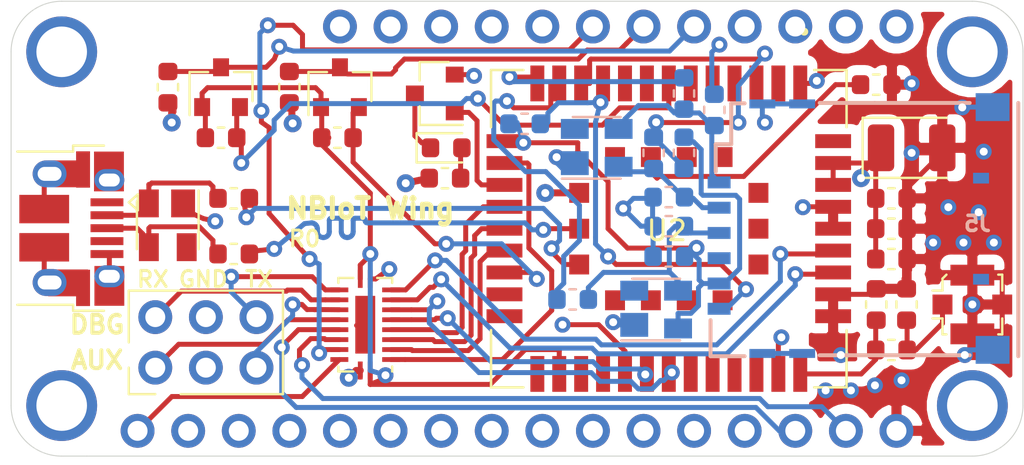
<source format=kicad_pcb>
(kicad_pcb (version 20171130) (host pcbnew "(5.1.5)-3")
  (layers (0 F.Cu signal) (1 In1.Cu power) (2 In2.Cu power) (31 B.Cu signal) (34 B.Paste user) (35 F.Paste user) (36 B.SilkS user) (37 F.SilkS user) (38 B.Mask user) (39 F.Mask user) (44 Edge.Cuts user))
  (net 0 "")
  (net 1 GND)
  (net 2 "Net-(AE1-Pad1)")
  (net 3 +3V3)
  (net 4 /USB_D-)
  (net 5 /USB_D+)
  (net 6 VBUS)
  (net 7 "Net-(D2-Pad1)")
  (net 8 "Net-(D2-Pad2)")
  (net 9 "Net-(J1-Pad4)")
  (net 10 /BAT)
  (net 11 /EN)
  (net 12 /USB)
  (net 13 /13)
  (net 14 /12)
  (net 15 /NB_INT)
  (net 16 /NB_RI)
  (net 17 /NB_PWRKEY)
  (net 18 /6)
  (net 19 /5)
  (net 20 /SCL)
  (net 21 /SDA)
  (net 22 /~RESET)
  (net 23 /ARf)
  (net 24 /A0)
  (net 25 /A1)
  (net 26 /A2)
  (net 27 /A3)
  (net 28 /A4)
  (net 29 /A5)
  (net 30 /SCK)
  (net 31 /MOSI)
  (net 32 /MISO)
  (net 33 /NB_TX)
  (net 34 /NB_RX)
  (net 35 /NB_AUX_RX)
  (net 36 /NB_AUX_TX)
  (net 37 /NB_DBG_TX)
  (net 38 /NB_DBG_RX)
  (net 39 "Net-(Q1-Pad1)")
  (net 40 +1V8)
  (net 41 /NB_RI_18)
  (net 42 /NB_PWR_18)
  (net 43 "Net-(R1-Pad2)")
  (net 44 "Net-(R2-Pad2)")
  (net 45 "Net-(R3-Pad2)")
  (net 46 "Net-(R4-Pad2)")
  (net 47 "Net-(R5-Pad2)")
  (net 48 "Net-(R6-Pad1)")
  (net 49 "Net-(U1-Pad2)")
  (net 50 "Net-(U1-Pad3)")
  (net 51 "Net-(U1-Pad4)")
  (net 52 "Net-(U1-Pad5)")
  (net 53 "Net-(U1-Pad6)")
  (net 54 "Net-(U1-Pad7)")
  (net 55 "Net-(U1-Pad8)")
  (net 56 "Net-(U1-Pad9)")
  (net 57 "Net-(U1-Pad21)")
  (net 58 "Net-(U2-Pad9)")
  (net 59 "Net-(C10-Pad1)")
  (net 60 "Net-(J5-Pad6)")
  (net 61 /SIM_DATA)
  (net 62 /SIM_RST)
  (net 63 /SIM_CLK)
  (net 64 /SIM_VDD)
  (net 65 /SIM_GND)
  (net 66 "Net-(D3-Pad2)")
  (net 67 "Net-(D4-Pad2)")
  (net 68 "Net-(D1-Pad4)")
  (module Connector_PinHeader_2.54mm:PinHeader_1x12_P2.54mm_Vertical (layer F.Cu) (at 146.05 90.17 90)
    (fp_text reference J2 hide)
    (fp_text value Conn_01x12_Female)
    (pad 1 thru_hole circle (at 0 0 90) (size 1.7 1.7) (drill 1) (layers *.Cu *.Mask) (net 10 /BAT))
    (pad 2 thru_hole oval (at 0 2.54 90) (size 1.7 1.7) (drill 1) (layers *.Cu *.Mask) (net 11 /EN))
    (pad 3 thru_hole oval (at 0 5.08 90) (size 1.7 1.7) (drill 1) (layers *.Cu *.Mask) (net 12 /USB))
    (pad 4 thru_hole oval (at 0 7.62 90) (size 1.7 1.7) (drill 1) (layers *.Cu *.Mask) (net 13 /13))
    (pad 5 thru_hole oval (at 0 10.16 90) (size 1.7 1.7) (drill 1) (layers *.Cu *.Mask) (net 14 /12))
    (pad 6 thru_hole oval (at 0 12.7 90) (size 1.7 1.7) (drill 1) (layers *.Cu *.Mask) (net 15 /NB_INT))
    (pad 7 thru_hole oval (at 0 15.24 90) (size 1.7 1.7) (drill 1) (layers *.Cu *.Mask) (net 16 /NB_RI))
    (pad 8 thru_hole oval (at 0 17.78 90) (size 1.7 1.7) (drill 1) (layers *.Cu *.Mask) (net 17 /NB_PWRKEY))
    (pad 9 thru_hole oval (at 0 20.32 90) (size 1.7 1.7) (drill 1) (layers *.Cu *.Mask) (net 18 /6))
    (pad 10 thru_hole oval (at 0 22.86 90) (size 1.7 1.7) (drill 1) (layers *.Cu *.Mask) (net 19 /5))
    (pad 11 thru_hole oval (at 0 25.4 90) (size 1.7 1.7) (drill 1) (layers *.Cu *.Mask) (net 20 /SCL))
    (pad 12 thru_hole oval (at 0 27.94 90) (size 1.7 1.7) (drill 1) (layers *.Cu *.Mask) (net 21 /SDA))
  )
  (module Connector_PinHeader_2.54mm:PinHeader_1x16_P2.54mm_Vertical (layer F.Cu) (at 135.89 110.49 90)
    (fp_text reference J3 hide)
    (fp_text value Conn_01x16_Female)
    (pad 1 thru_hole circle (at 0 0 90) (size 1.7 1.7) (drill 1) (layers *.Cu *.Mask) (net 22 /~RESET))
    (pad 2 thru_hole oval (at 0 2.54 90) (size 1.7 1.7) (drill 1) (layers *.Cu *.Mask) (net 3 +3V3))
    (pad 3 thru_hole oval (at 0 5.08 90) (size 1.7 1.7) (drill 1) (layers *.Cu *.Mask) (net 23 /ARf))
    (pad 4 thru_hole oval (at 0 7.62 90) (size 1.7 1.7) (drill 1) (layers *.Cu *.Mask) (net 1 GND))
    (pad 5 thru_hole oval (at 0 10.16 90) (size 1.7 1.7) (drill 1) (layers *.Cu *.Mask) (net 24 /A0))
    (pad 6 thru_hole oval (at 0 12.7 90) (size 1.7 1.7) (drill 1) (layers *.Cu *.Mask) (net 25 /A1))
    (pad 7 thru_hole oval (at 0 15.24 90) (size 1.7 1.7) (drill 1) (layers *.Cu *.Mask) (net 26 /A2))
    (pad 8 thru_hole oval (at 0 17.78 90) (size 1.7 1.7) (drill 1) (layers *.Cu *.Mask) (net 27 /A3))
    (pad 9 thru_hole oval (at 0 20.32 90) (size 1.7 1.7) (drill 1) (layers *.Cu *.Mask) (net 28 /A4))
    (pad 10 thru_hole oval (at 0 22.86 90) (size 1.7 1.7) (drill 1) (layers *.Cu *.Mask) (net 29 /A5))
    (pad 11 thru_hole oval (at 0 25.4 90) (size 1.7 1.7) (drill 1) (layers *.Cu *.Mask) (net 30 /SCK))
    (pad 12 thru_hole oval (at 0 27.94 90) (size 1.7 1.7) (drill 1) (layers *.Cu *.Mask) (net 31 /MOSI))
    (pad 13 thru_hole oval (at 0 30.48 90) (size 1.7 1.7) (drill 1) (layers *.Cu *.Mask) (net 32 /MISO))
    (pad 14 thru_hole oval (at 0 33.02 90) (size 1.7 1.7) (drill 1) (layers *.Cu *.Mask) (net 33 /NB_TX))
    (pad 15 thru_hole oval (at 0 35.56 90) (size 1.7 1.7) (drill 1) (layers *.Cu *.Mask) (net 34 /NB_RX))
    (pad 16 thru_hole oval (at 0 38.1 90) (size 1.7 1.7) (drill 1) (layers *.Cu *.Mask) (net 1 GND))
  )
  (module lolsborn:0786463001 (layer B.Cu) (at 178.816 100.33)
    (fp_text reference J5 (at -0.762 -0.254) (layer B.SilkS) (effects (font (size 0.762 0.762) (thickness 0.1778)) (justify mirror)))
    (fp_text value SIM_Card)
    (pad 9 smd rect (at -9.56 6.27) (size 1.3 0.45) (layers B.Cu B.Paste B.Mask) (net 1 GND))
    (pad 9 smd rect (at -11.56 6.27) (size 1.3 0.45) (layers B.Cu B.Paste B.Mask) (net 1 GND))
    (pad 9 smd rect (at -9.56 -6.27) (size 1.3 0.45) (layers B.Cu B.Paste B.Mask) (net 1 GND))
    (pad 9 smd rect (at -11.56 -6.27) (size 1.3 0.45) (layers B.Cu B.Paste B.Mask) (net 1 GND))
    (pad 3 smd rect (at -13.73 -2.325) (size 1.15 0.6) (layers B.Cu B.Paste B.Mask) (net 63 /SIM_CLK))
    (pad 7 smd rect (at -13.73 -1.055) (size 1.15 0.6) (layers B.Cu B.Paste B.Mask) (net 61 /SIM_DATA))
    (pad 2 smd rect (at -13.73 0.215) (size 1.15 0.6) (layers B.Cu B.Paste B.Mask) (net 62 /SIM_RST))
    (pad 6 smd rect (at -13.73 1.485) (size 1.15 0.6) (layers B.Cu B.Paste B.Mask) (net 60 "Net-(J5-Pad6)"))
    (pad 1 smd rect (at -13.73 2.755) (size 1.15 0.6) (layers B.Cu B.Paste B.Mask) (net 64 /SIM_VDD))
    (pad 5 smd rect (at -13.73 4.025) (size 1.15 0.6) (layers B.Cu B.Paste B.Mask) (net 65 /SIM_GND))
    (pad 9 smd rect (at 0 -6.11) (size 1.7 1.4) (layers B.Cu B.Paste B.Mask) (net 1 GND))
    (pad X2 smd rect (at -0.58 -2.54) (size 0.8 0.54) (layers B.Cu B.Paste B.Mask))
    (pad 9 smd rect (at 0 6.09) (size 1.7 1.4) (layers B.Cu B.Paste B.Mask) (net 1 GND))
    (pad X1 smd rect (at -0.58 2.54) (size 0.8 0.54) (layers B.Cu B.Paste B.Mask))
  )
  (module Package_TO_SOT_SMD:SOT-143 (layer B.Cu) (at 158.9405 96.266)
    (fp_text reference D4 hide)
    (fp_text value SP0503BAHT)
    (pad 1 smd rect (at -1.1 0.77 90) (size 1.2 1.4) (layers B.Cu B.Paste B.Mask) (net 1 GND))
    (pad 2 smd rect (at -1.1 -0.95 90) (size 1 1.4) (layers B.Cu B.Paste B.Mask) (net 67 "Net-(D4-Pad2)"))
    (pad 3 smd rect (at 1.1 -0.95 90) (size 1 1.4) (layers B.Cu B.Paste B.Mask) (net 63 /SIM_CLK))
    (pad 4 smd rect (at 1.1 0.95 90) (size 1 1.4) (layers B.Cu B.Paste B.Mask) (net 61 /SIM_DATA))
  )
  (module Connector_PinHeader_2.54mm:PinHeader_2x03_P2.54mm_Vertical (layer F.Cu) (at 136.779 107.315 90)
    (fp_text reference J4 hide)
    (fp_text value Conn_02x03_Odd_Even)
    (pad 1 thru_hole circle (at 0 0 90) (size 1.7 1.7) (drill 1) (layers *.Cu *.Mask) (net 35 /NB_AUX_RX))
    (pad 2 thru_hole oval (at 2.54 0 90) (size 1.7 1.7) (drill 1) (layers *.Cu *.Mask) (net 38 /NB_DBG_RX))
    (pad 3 thru_hole oval (at 0 2.54 90) (size 1.7 1.7) (drill 1) (layers *.Cu *.Mask) (net 1 GND))
    (pad 4 thru_hole oval (at 2.54 2.54 90) (size 1.7 1.7) (drill 1) (layers *.Cu *.Mask) (net 1 GND))
    (pad 5 thru_hole oval (at 0 5.08 90) (size 1.7 1.7) (drill 1) (layers *.Cu *.Mask) (net 36 /NB_AUX_TX))
    (pad 6 thru_hole oval (at 2.54 5.08 90) (size 1.7 1.7) (drill 1) (layers *.Cu *.Mask) (net 37 /NB_DBG_TX))
  )
  (module lolsborn:PCB_FeatherWing (layer F.Cu) (at 154.94 100.33)
    (fp_text reference PCB**)
    (fp_text value VAL**)
    (pad "" np_thru_hole circle (at 22.86 8.89) (size 3.556 3.556) (drill 2.54) (layers *.Cu *.Mask))
    (pad "" np_thru_hole circle (at -22.86 8.89) (size 3.556 3.556) (drill 2.54) (layers *.Cu *.Mask))
    (pad "" np_thru_hole circle (at 22.86 -8.89) (size 3.556 3.556) (drill 2.54) (layers *.Cu *.Mask))
    (pad "" np_thru_hole circle (at -22.86 -8.89) (size 3.556 3.556) (drill 2.54) (layers *.Cu *.Mask))
  )
  (module Connector_Coaxial:U.FL_Molex_MCRF_73412-0110_Vertical (layer F.Cu) (at 177.8 104.14 270)
    (fp_text reference AE1 hide)
    (fp_text value Antenna_Shield)
    (pad 2 smd rect (at -1.475 0 270) (size 1.05 2.2) (layers F.Cu F.Paste F.Mask) (net 1 GND))
    (pad 2 smd rect (at 1.475 0 270) (size 1.05 2.2) (layers F.Cu F.Paste F.Mask) (net 1 GND))
    (pad 2 smd rect (at 0 -1.5 270) (size 1 1) (layers F.Cu F.Paste F.Mask) (net 1 GND))
    (pad 1 smd rect (at 0 1.5 270) (size 1 1) (layers F.Cu F.Paste F.Mask) (net 2 "Net-(AE1-Pad1)"))
  )
  (module Capacitor_Tantalum_SMD:CP_EIA-3528-12_Kemet-T (layer F.Cu) (at 174.752 96.266)
    (fp_text reference C1 hide)
    (fp_text value 100uF)
    (pad 1 smd roundrect (at -1.5375 0) (size 1.325 2.35) (layers F.Cu F.Paste F.Mask) (roundrect_rratio 0.188679) (net 3 +3V3))
    (pad 2 smd roundrect (at 1.5375 0) (size 1.325 2.35) (layers F.Cu F.Paste F.Mask) (roundrect_rratio 0.188679) (net 1 GND))
  )
  (module Capacitor_SMD:C_0603_1608Metric (layer F.Cu) (at 173.736 101.854)
    (fp_text reference C2 hide)
    (fp_text value 100nF)
    (pad 2 smd roundrect (at 0.7875 0) (size 0.875 0.95) (layers F.Cu F.Paste F.Mask) (net 1 GND))
    (pad 1 smd roundrect (at -0.7875 0) (size 0.875 0.95) (layers F.Cu F.Paste F.Mask) (net 3 +3V3))
  )
  (module Capacitor_SMD:C_0603_1608Metric (layer F.Cu) (at 173.736 98.806)
    (fp_text reference C3 hide)
    (fp_text value 100pF)
    (pad 1 smd roundrect (at -0.7875 0) (size 0.875 0.95) (layers F.Cu F.Paste F.Mask) (net 3 +3V3))
    (pad 2 smd roundrect (at 0.7875 0) (size 0.875 0.95) (layers F.Cu F.Paste F.Mask) (net 1 GND))
  )
  (module Capacitor_SMD:C_0603_1608Metric (layer F.Cu) (at 173.736 100.33)
    (fp_text reference C4 hide)
    (fp_text value 33pF)
    (pad 2 smd roundrect (at 0.7875 0) (size 0.875 0.95) (layers F.Cu F.Paste F.Mask) (net 1 GND))
    (pad 1 smd roundrect (at -0.7875 0) (size 0.875 0.95) (layers F.Cu F.Paste F.Mask) (net 3 +3V3))
  )
  (module Capacitor_SMD:C_0603_1608Metric (layer B.Cu) (at 162.56 98.7425 180)
    (fp_text reference C5 hide)
    (fp_text value 33pF)
    (pad 1 smd roundrect (at -0.7875 0 180) (size 0.875 0.95) (layers B.Cu B.Paste B.Mask) (net 61 /SIM_DATA))
    (pad 2 smd roundrect (at 0.7875 0 180) (size 0.875 0.95) (layers B.Cu B.Paste B.Mask) (net 1 GND))
  )
  (module Capacitor_SMD:C_0603_1608Metric (layer B.Cu) (at 162.56 100.203 180)
    (fp_text reference C6 hide)
    (fp_text value 33pF)
    (pad 2 smd roundrect (at 0.7875 0 180) (size 0.875 0.95) (layers B.Cu B.Paste B.Mask) (net 1 GND))
    (pad 1 smd roundrect (at -0.7875 0 180) (size 0.875 0.95) (layers B.Cu B.Paste B.Mask) (net 62 /SIM_RST))
  )
  (module Capacitor_SMD:C_0603_1608Metric (layer B.Cu) (at 164.846 94.361 90)
    (fp_text reference C7 hide)
    (fp_text value 33pF)
    (pad 1 smd roundrect (at -0.7875 0 90) (size 0.875 0.95) (layers B.Cu B.Paste B.Mask) (net 63 /SIM_CLK))
    (pad 2 smd roundrect (at 0.7875 0 90) (size 0.875 0.95) (layers B.Cu B.Paste B.Mask) (net 1 GND))
  )
  (module Capacitor_SMD:C_0603_1608Metric (layer B.Cu) (at 162.56 101.727 180)
    (fp_text reference C8 hide)
    (fp_text value 33pF)
    (pad 2 smd roundrect (at 0.7875 0 180) (size 0.875 0.95) (layers B.Cu B.Paste B.Mask) (net 1 GND))
    (pad 1 smd roundrect (at -0.7875 0 180) (size 0.875 0.95) (layers B.Cu B.Paste B.Mask) (net 64 /SIM_VDD))
  )
  (module Capacitor_SMD:C_0603_1608Metric (layer B.Cu) (at 155.321 95.0595)
    (fp_text reference C9 hide)
    (fp_text value 100nF)
    (pad 1 smd roundrect (at -0.7875 0) (size 0.875 0.95) (layers B.Cu B.Paste B.Mask) (net 64 /SIM_VDD))
    (pad 2 smd roundrect (at 0.7875 0) (size 0.875 0.95) (layers B.Cu B.Paste B.Mask) (net 65 /SIM_GND))
  )
  (module Package_TO_SOT_SMD:SOT-143 (layer F.Cu) (at 137.406 100.16 270)
    (fp_text reference D1 hide)
    (fp_text value SP0503BAHT)
    (pad 1 smd rect (at -1.1 -0.77 180) (size 1.2 1.4) (layers F.Cu F.Paste F.Mask) (net 1 GND))
    (pad 2 smd rect (at -1.1 0.95 180) (size 1 1.4) (layers F.Cu F.Paste F.Mask) (net 4 /USB_D-))
    (pad 3 smd rect (at 1.1 0.95 180) (size 1 1.4) (layers F.Cu F.Paste F.Mask) (net 5 /USB_D+))
    (pad 4 smd rect (at 1.1 -0.95 180) (size 1 1.4) (layers F.Cu F.Paste F.Mask) (net 68 "Net-(D1-Pad4)"))
  )
  (module LED_SMD:LED_0603_1608Metric (layer F.Cu) (at 151.384 96.266)
    (fp_text reference D2 hide)
    (fp_text value GREEN)
    (pad 1 smd roundrect (at -0.7875 0) (size 0.875 0.95) (layers F.Cu F.Paste F.Mask) (net 7 "Net-(D2-Pad1)"))
    (pad 2 smd roundrect (at 0.7875 0) (size 0.875 0.95) (layers F.Cu F.Paste F.Mask) (net 8 "Net-(D2-Pad2)"))
  )
  (module Package_TO_SOT_SMD:SOT-143 (layer B.Cu) (at 161.925 104.394)
    (fp_text reference D3 hide)
    (fp_text value SP0503BAHT)
    (pad 4 smd rect (at 1.1 0.95 90) (size 1 1.4) (layers B.Cu B.Paste B.Mask) (net 64 /SIM_VDD))
    (pad 3 smd rect (at 1.1 -0.95 90) (size 1 1.4) (layers B.Cu B.Paste B.Mask) (net 62 /SIM_RST))
    (pad 2 smd rect (at -1.1 -0.95 90) (size 1 1.4) (layers B.Cu B.Paste B.Mask) (net 66 "Net-(D3-Pad2)"))
    (pad 1 smd rect (at -1.1 0.77 90) (size 1.2 1.4) (layers B.Cu B.Paste B.Mask) (net 1 GND))
  )
  (module Connector_USB:USB_Micro-B_Amphenol_10103594-0001LF_Horizontal (layer F.Cu) (at 132.588 100.33 270)
    (fp_text reference J1 hide)
    (fp_text value USB_B_Micro)
    (pad 6 smd rect (at 2.725 0.185 270) (size 1.35 2) (layers F.Cu F.Paste F.Mask) (net 1 GND))
    (pad 6 smd rect (at -2.755 0.185 270) (size 1.35 2) (layers F.Cu F.Paste F.Mask) (net 1 GND))
    (pad 6 smd rect (at -2.975 -0.565 270) (size 1.825 0.7) (layers F.Cu F.Paste F.Mask) (net 1 GND))
    (pad 6 smd rect (at 2.975 -0.565 270) (size 1.825 0.7) (layers F.Cu F.Paste F.Mask) (net 1 GND))
    (pad 6 smd rect (at -2.875 -1.865 270) (size 2 1.5) (layers F.Cu F.Paste F.Mask) (net 1 GND))
    (pad 6 smd rect (at 2.875 -1.885 270) (size 2 1.5) (layers F.Cu F.Paste F.Mask) (net 1 GND))
    (pad 1 smd rect (at -1.325 -1.765) (size 1.65 0.4) (layers F.Cu F.Paste F.Mask) (net 6 VBUS))
    (pad 2 smd rect (at -0.675 -1.765) (size 1.65 0.4) (layers F.Cu F.Paste F.Mask) (net 4 /USB_D-))
    (pad 3 smd rect (at -0.025 -1.765) (size 1.65 0.4) (layers F.Cu F.Paste F.Mask) (net 5 /USB_D+))
    (pad 4 smd rect (at 0.625 -1.765) (size 1.65 0.4) (layers F.Cu F.Paste F.Mask) (net 9 "Net-(J1-Pad4)"))
    (pad 5 smd rect (at 1.275 -1.765) (size 1.65 0.4) (layers F.Cu F.Paste F.Mask) (net 1 GND))
    (pad 6 thru_hole oval (at -2.445 -1.885) (size 1.5 1.1) (drill oval 1.05 0.65) (layers *.Cu *.Mask) (net 1 GND))
    (pad 6 thru_hole oval (at 2.395 -1.885) (size 1.5 1.1) (drill oval 1.05 0.65) (layers *.Cu *.Mask) (net 1 GND))
    (pad 6 thru_hole oval (at -2.755 1.115) (size 1.7 1.35) (drill oval 1.2 0.7) (layers *.Cu *.Mask) (net 1 GND))
    (pad 6 thru_hole oval (at 2.705 1.115) (size 1.7 1.35) (drill oval 1.2 0.7) (layers *.Cu *.Mask) (net 1 GND))
    (pad 6 smd rect (at -0.985 1.385) (size 2.5 1.43) (layers F.Cu F.Paste F.Mask) (net 1 GND))
    (pad 6 smd rect (at 0.935 1.385) (size 2.5 1.43) (layers F.Cu F.Paste F.Mask) (net 1 GND))
  )
  (module Package_TO_SOT_SMD:SOT-23 (layer F.Cu) (at 150.8125 93.5355 180)
    (fp_text reference Q1 hide)
    (fp_text value BSS138)
    (pad 1 smd rect (at -1 -0.95 180) (size 0.9 0.8) (layers F.Cu F.Paste F.Mask) (net 39 "Net-(Q1-Pad1)"))
    (pad 2 smd rect (at -1 0.95 180) (size 0.9 0.8) (layers F.Cu F.Paste F.Mask) (net 1 GND))
    (pad 3 smd rect (at 1 0 180) (size 0.9 0.8) (layers F.Cu F.Paste F.Mask) (net 7 "Net-(D2-Pad1)"))
  )
  (module Package_TO_SOT_SMD:SOT-23 (layer F.Cu) (at 146.05 93.218 90)
    (fp_text reference Q2 hide)
    (fp_text value BSS138)
    (pad 1 smd rect (at -1 -0.95 90) (size 0.9 0.8) (layers F.Cu F.Paste F.Mask) (net 40 +1V8))
    (pad 2 smd rect (at -1 0.95 90) (size 0.9 0.8) (layers F.Cu F.Paste F.Mask) (net 41 /NB_RI_18))
    (pad 3 smd rect (at 1 0 90) (size 0.9 0.8) (layers F.Cu F.Paste F.Mask) (net 16 /NB_RI))
  )
  (module Package_TO_SOT_SMD:SOT-23 (layer F.Cu) (at 140.081 93.218 90)
    (fp_text reference Q3 hide)
    (fp_text value BSS138)
    (pad 3 smd rect (at 1 0 90) (size 0.9 0.8) (layers F.Cu F.Paste F.Mask) (net 17 /NB_PWRKEY))
    (pad 2 smd rect (at -1 0.95 90) (size 0.9 0.8) (layers F.Cu F.Paste F.Mask) (net 42 /NB_PWR_18))
    (pad 1 smd rect (at -1 -0.95 90) (size 0.9 0.8) (layers F.Cu F.Paste F.Mask) (net 40 +1V8))
  )
  (module Resistor_SMD:R_0603_1608Metric (layer F.Cu) (at 172.974 93.091 180)
    (fp_text reference R1 hide)
    (fp_text value 10K)
    (pad 1 smd roundrect (at -0.7875 0 180) (size 0.875 0.95) (layers F.Cu F.Paste F.Mask) (net 1 GND))
    (pad 2 smd roundrect (at 0.7875 0 180) (size 0.875 0.95) (layers F.Cu F.Paste F.Mask) (net 43 "Net-(R1-Pad2)"))
  )
  (module Resistor_SMD:R_0603_1608Metric (layer F.Cu) (at 140.716 98.806)
    (fp_text reference R2 hide)
    (fp_text value 22R)
    (pad 1 smd roundrect (at -0.7875 0) (size 0.875 0.95) (layers F.Cu F.Paste F.Mask) (net 4 /USB_D-))
    (pad 2 smd roundrect (at 0.7875 0) (size 0.875 0.95) (layers F.Cu F.Paste F.Mask) (net 44 "Net-(R2-Pad2)"))
  )
  (module Resistor_SMD:R_0603_1608Metric (layer F.Cu) (at 140.716 101.6)
    (fp_text reference R3 hide)
    (fp_text value 22R)
    (pad 2 smd roundrect (at 0.7875 0) (size 0.875 0.95) (layers F.Cu F.Paste F.Mask) (net 45 "Net-(R3-Pad2)"))
    (pad 1 smd roundrect (at -0.7875 0) (size 0.875 0.95) (layers F.Cu F.Paste F.Mask) (net 5 /USB_D+))
  )
  (module Resistor_SMD:R_0603_1608Metric (layer B.Cu) (at 157.734 103.886 180)
    (fp_text reference R4 hide)
    (fp_text value 22R)
    (pad 2 smd roundrect (at 0.7875 0 180) (size 0.875 0.95) (layers B.Cu B.Paste B.Mask) (net 46 "Net-(R4-Pad2)"))
    (pad 1 smd roundrect (at -0.7875 0 180) (size 0.875 0.95) (layers B.Cu B.Paste B.Mask) (net 62 /SIM_RST))
  )
  (module Resistor_SMD:R_0603_1608Metric (layer B.Cu) (at 163.322 93.5355 90)
    (fp_text reference R5 hide)
    (fp_text value 22R)
    (pad 1 smd roundrect (at -0.7875 0 90) (size 0.875 0.95) (layers B.Cu B.Paste B.Mask) (net 63 /SIM_CLK))
    (pad 2 smd roundrect (at 0.7875 0 90) (size 0.875 0.95) (layers B.Cu B.Paste B.Mask) (net 47 "Net-(R5-Pad2)"))
  )
  (module Resistor_SMD:R_0603_1608Metric (layer B.Cu) (at 163.322 96.52 90)
    (fp_text reference R6 hide)
    (fp_text value 10K)
    (pad 1 smd roundrect (at -0.7875 0 90) (size 0.875 0.95) (layers B.Cu B.Paste B.Mask) (net 48 "Net-(R6-Pad1)"))
    (pad 2 smd roundrect (at 0.7875 0 90) (size 0.875 0.95) (layers B.Cu B.Paste B.Mask) (net 64 /SIM_VDD))
  )
  (module Resistor_SMD:R_0603_1608Metric (layer B.Cu) (at 161.798 96.52 90)
    (fp_text reference R7 hide)
    (fp_text value 22R)
    (pad 2 smd roundrect (at 0.7875 0 90) (size 0.875 0.95) (layers B.Cu B.Paste B.Mask) (net 48 "Net-(R6-Pad1)"))
    (pad 1 smd roundrect (at -0.7875 0 90) (size 0.875 0.95) (layers B.Cu B.Paste B.Mask) (net 61 /SIM_DATA))
  )
  (module Resistor_SMD:R_0603_1608Metric (layer F.Cu) (at 151.3205 97.79)
    (fp_text reference R8 hide)
    (fp_text value 1K)
    (pad 1 smd roundrect (at -0.7875 0) (size 0.875 0.95) (layers F.Cu F.Paste F.Mask) (net 3 +3V3))
    (pad 2 smd roundrect (at 0.7875 0) (size 0.875 0.95) (layers F.Cu F.Paste F.Mask) (net 8 "Net-(D2-Pad2)"))
  )
  (module Resistor_SMD:R_0603_1608Metric (layer F.Cu) (at 145.923 95.758 180)
    (fp_text reference R9 hide)
    (fp_text value 10K)
    (pad 2 smd roundrect (at 0.7875 0 180) (size 0.875 0.95) (layers F.Cu F.Paste F.Mask) (net 40 +1V8))
    (pad 1 smd roundrect (at -0.7875 0 180) (size 0.875 0.95) (layers F.Cu F.Paste F.Mask) (net 41 /NB_RI_18))
  )
  (module Resistor_SMD:R_0603_1608Metric (layer F.Cu) (at 140.081 95.758 180)
    (fp_text reference R10 hide)
    (fp_text value 10K)
    (pad 1 smd roundrect (at -0.7875 0 180) (size 0.875 0.95) (layers F.Cu F.Paste F.Mask) (net 42 /NB_PWR_18))
    (pad 2 smd roundrect (at 0.7875 0 180) (size 0.875 0.95) (layers F.Cu F.Paste F.Mask) (net 40 +1V8))
  )
  (module Resistor_SMD:R_0603_1608Metric (layer F.Cu) (at 143.51 93.218 270)
    (fp_text reference R11 hide)
    (fp_text value 10K)
    (pad 2 smd roundrect (at 0.7875 0 270) (size 0.875 0.95) (layers F.Cu F.Paste F.Mask) (net 3 +3V3))
    (pad 1 smd roundrect (at -0.7875 0 270) (size 0.875 0.95) (layers F.Cu F.Paste F.Mask) (net 16 /NB_RI))
  )
  (module Resistor_SMD:R_0603_1608Metric (layer F.Cu) (at 137.414 93.218 270)
    (fp_text reference R12 hide)
    (fp_text value 10K)
    (pad 2 smd roundrect (at 0.7875 0 270) (size 0.875 0.95) (layers F.Cu F.Paste F.Mask) (net 3 +3V3))
    (pad 1 smd roundrect (at -0.7875 0 270) (size 0.875 0.95) (layers F.Cu F.Paste F.Mask) (net 17 /NB_PWRKEY))
  )
  (module Package_DFN_QFN:WQFN-20-1EP_2.5x4.5mm_P0.5mm_EP1x2.9mm (layer F.Cu) (at 147.32 105.156 180)
    (fp_text reference U1 hide)
    (fp_text value FXMA108)
    (pad 1 smd rect (at -0.25 -2.3 90) (size 0.9 0.24) (layers F.Cu F.Paste F.Mask) (net 40 +1V8))
    (pad 20 smd rect (at 0.25 -2.3 90) (size 0.9 0.24) (layers F.Cu F.Paste F.Mask) (net 3 +3V3))
    (pad 10 smd rect (at -0.25 2.3 90) (size 0.9 0.24) (layers F.Cu F.Paste F.Mask) (net 1 GND))
    (pad 11 smd rect (at 0.25 2.3 90) (size 0.9 0.24) (layers F.Cu F.Paste F.Mask) (net 40 +1V8))
    (pad 2 smd rect (at -1.3 -1.75 180) (size 0.9 0.24) (layers F.Cu F.Paste F.Mask) (net 49 "Net-(U1-Pad2)"))
    (pad 3 smd rect (at -1.3 -1.25 180) (size 0.9 0.24) (layers F.Cu F.Paste F.Mask) (net 50 "Net-(U1-Pad3)"))
    (pad 4 smd rect (at -1.3 -0.75 180) (size 0.9 0.24) (layers F.Cu F.Paste F.Mask) (net 51 "Net-(U1-Pad4)"))
    (pad 5 smd rect (at -1.3 -0.25 180) (size 0.9 0.24) (layers F.Cu F.Paste F.Mask) (net 52 "Net-(U1-Pad5)"))
    (pad 6 smd rect (at -1.3 0.25 180) (size 0.9 0.24) (layers F.Cu F.Paste F.Mask) (net 53 "Net-(U1-Pad6)"))
    (pad 7 smd rect (at -1.3 0.75 180) (size 0.9 0.24) (layers F.Cu F.Paste F.Mask) (net 54 "Net-(U1-Pad7)"))
    (pad 8 smd rect (at -1.3 1.25 180) (size 0.9 0.24) (layers F.Cu F.Paste F.Mask) (net 55 "Net-(U1-Pad8)"))
    (pad 9 smd rect (at -1.3 1.75 180) (size 0.9 0.24) (layers F.Cu F.Paste F.Mask) (net 56 "Net-(U1-Pad9)"))
    (pad 19 smd rect (at 1.3 -1.75 180) (size 0.9 0.24) (layers F.Cu F.Paste F.Mask) (net 22 /~RESET))
    (pad 18 smd rect (at 1.3 -1.25 180) (size 0.9 0.24) (layers F.Cu F.Paste F.Mask) (net 15 /NB_INT))
    (pad 17 smd rect (at 1.3 -0.75 180) (size 0.9 0.24) (layers F.Cu F.Paste F.Mask) (net 34 /NB_RX))
    (pad 16 smd rect (at 1.3 -0.25 180) (size 0.9 0.24) (layers F.Cu F.Paste F.Mask) (net 33 /NB_TX))
    (pad 15 smd rect (at 1.3 0.25 180) (size 0.9 0.24) (layers F.Cu F.Paste F.Mask) (net 35 /NB_AUX_RX))
    (pad 14 smd rect (at 1.3 0.75 180) (size 0.9 0.24) (layers F.Cu F.Paste F.Mask) (net 36 /NB_AUX_TX))
    (pad 13 smd rect (at 1.3 1.25 180) (size 0.9 0.24) (layers F.Cu F.Paste F.Mask) (net 38 /NB_DBG_RX))
    (pad 12 smd rect (at 1.3 1.75 180) (size 0.9 0.24) (layers F.Cu F.Paste F.Mask) (net 37 /NB_DBG_TX))
    (pad 21 smd rect (at 0 0 90) (size 2.9 1) (layers F.Cu F.Mask) (net 57 "Net-(U1-Pad21)"))
  )
  (module lolsborn:XCVR_BC66 (layer F.Cu) (at 162.56 100.33 270)
    (fp_text reference U2 (at 0.1 0.1 180) (layer F.SilkS))
    (fp_text value BC66)
    (pad 1 smd rect (at -7.3 -6.6 270) (size 1.8 0.7) (layers F.Cu F.Paste F.Mask) (net 1 GND))
    (pad 2 smd rect (at -7.3 -5.5 270) (size 1.8 0.7) (layers F.Cu F.Paste F.Mask))
    (pad 3 smd rect (at -7.3 -4.4 270) (size 1.8 0.7) (layers F.Cu F.Paste F.Mask))
    (pad 4 smd rect (at -7.3 -3.3 270) (size 1.8 0.7) (layers F.Cu F.Paste F.Mask))
    (pad 5 smd rect (at -7.3 -2.2 270) (size 1.8 0.7) (layers F.Cu F.Paste F.Mask))
    (pad 6 smd rect (at -7.3 -1.1 270) (size 1.8 0.7) (layers F.Cu F.Paste F.Mask))
    (pad 7 smd rect (at -7.3 0 270) (size 1.8 0.7) (layers F.Cu F.Paste F.Mask) (net 42 /NB_PWR_18))
    (pad 8 smd rect (at -7.3 1.1 270) (size 1.8 0.7) (layers F.Cu F.Paste F.Mask))
    (pad 9 smd rect (at -7.3 2.2 270) (size 1.8 0.7) (layers F.Cu F.Paste F.Mask) (net 58 "Net-(U2-Pad9)"))
    (pad 10 smd rect (at -7.3 3.3 270) (size 1.8 0.7) (layers F.Cu F.Paste F.Mask) (net 65 /SIM_GND))
    (pad 11 smd rect (at -7.3 4.4 270) (size 1.8 0.7) (layers F.Cu F.Paste F.Mask) (net 48 "Net-(R6-Pad1)"))
    (pad 12 smd rect (at -7.3 5.5 270) (size 1.8 0.7) (layers F.Cu F.Paste F.Mask) (net 46 "Net-(R4-Pad2)"))
    (pad 13 smd rect (at -7.3 6.6 270) (size 1.8 0.7) (layers F.Cu F.Paste F.Mask) (net 47 "Net-(R5-Pad2)"))
    (pad 14 smd rect (at -4.4 8.25 270) (size 0.7 1.8) (layers F.Cu F.Paste F.Mask) (net 64 /SIM_VDD))
    (pad 15 smd rect (at -3.3 8.25 270) (size 0.7 1.8) (layers F.Cu F.Paste F.Mask) (net 49 "Net-(U1-Pad2)"))
    (pad 16 smd rect (at -2.2 8.25 270) (size 0.7 1.8) (layers F.Cu F.Paste F.Mask) (net 39 "Net-(Q1-Pad1)"))
    (pad 17 smd rect (at -1.1 8.25 270) (size 0.7 1.8) (layers F.Cu F.Paste F.Mask) (net 52 "Net-(U1-Pad5)"))
    (pad 18 smd rect (at 0 8.25 270) (size 0.7 1.8) (layers F.Cu F.Paste F.Mask) (net 51 "Net-(U1-Pad4)"))
    (pad 19 smd rect (at 1.1 8.25 270) (size 0.7 1.8) (layers F.Cu F.Paste F.Mask) (net 50 "Net-(U1-Pad3)"))
    (pad 20 smd rect (at 2.2 8.25 270) (size 0.7 1.8) (layers F.Cu F.Paste F.Mask) (net 41 /NB_RI_18))
    (pad 21 smd rect (at 3.3 8.25 270) (size 0.7 1.8) (layers F.Cu F.Paste F.Mask))
    (pad 22 smd rect (at 4.4 8.25 270) (size 0.7 1.8) (layers F.Cu F.Paste F.Mask))
    (pad 23 smd rect (at 7.3 6.6 270) (size 1.8 0.7) (layers F.Cu F.Paste F.Mask))
    (pad 24 smd rect (at 7.3 5.5 270) (size 1.8 0.7) (layers F.Cu F.Paste F.Mask) (net 40 +1V8))
    (pad 25 smd rect (at 7.3 4.4 270) (size 1.8 0.7) (layers F.Cu F.Paste F.Mask))
    (pad 26 smd rect (at 7.3 3.3 270) (size 1.8 0.7) (layers F.Cu F.Paste F.Mask))
    (pad 28 smd rect (at 7.3 1.1 270) (size 1.8 0.7) (layers F.Cu F.Paste F.Mask) (net 53 "Net-(U1-Pad6)"))
    (pad 29 smd rect (at 7.3 0 270) (size 1.8 0.7) (layers F.Cu F.Paste F.Mask) (net 54 "Net-(U1-Pad7)"))
    (pad 30 smd rect (at 7.3 -1.1 270) (size 1.8 0.7) (layers F.Cu F.Paste F.Mask))
    (pad 31 smd rect (at 7.3 -2.2 270) (size 1.8 0.7) (layers F.Cu F.Paste F.Mask))
    (pad 32 smd rect (at 7.3 -3.3 270) (size 1.8 0.7) (layers F.Cu F.Paste F.Mask))
    (pad 33 smd rect (at 7.3 -4.4 270) (size 1.8 0.7) (layers F.Cu F.Paste F.Mask))
    (pad 34 smd rect (at 7.3 -5.5 270) (size 1.8 0.7) (layers F.Cu F.Paste F.Mask) (net 1 GND))
    (pad 35 smd rect (at 7.3 -6.6 270) (size 1.8 0.7) (layers F.Cu F.Paste F.Mask) (net 59 "Net-(C10-Pad1)"))
    (pad 36 smd rect (at 4.4 -8.25 270) (size 0.7 1.8) (layers F.Cu F.Paste F.Mask) (net 1 GND))
    (pad 37 smd rect (at 3.3 -8.25 270) (size 0.7 1.8) (layers F.Cu F.Paste F.Mask) (net 1 GND))
    (pad 38 smd rect (at 2.2 -8.25 270) (size 0.7 1.8) (layers F.Cu F.Paste F.Mask) (net 55 "Net-(U1-Pad8)"))
    (pad 39 smd rect (at 1.1 -8.25 270) (size 0.7 1.8) (layers F.Cu F.Paste F.Mask) (net 56 "Net-(U1-Pad9)"))
    (pad 40 smd rect (at 0 -8.25 270) (size 0.7 1.8) (layers F.Cu F.Paste F.Mask) (net 1 GND))
    (pad 41 smd rect (at -1.1 -8.25 270) (size 0.7 1.8) (layers F.Cu F.Paste F.Mask) (net 1 GND))
    (pad 42 smd rect (at -2.2 -8.25 270) (size 0.7 1.8) (layers F.Cu F.Paste F.Mask) (net 3 +3V3))
    (pad 43 smd rect (at -3.3 -8.25 270) (size 0.7 1.8) (layers F.Cu F.Paste F.Mask) (net 3 +3V3))
    (pad 44 smd rect (at -4.4 -8.25 270) (size 0.7 1.8) (layers F.Cu F.Paste F.Mask))
    (pad 45 smd rect (at -3.6 -2.7 270) (size 1 1) (layers F.Cu F.Mask))
    (pad 46 smd rect (at -3.6 -0.9 270) (size 1 1) (layers F.Cu F.Mask))
    (pad 47 smd rect (at -3.6 0.9 270) (size 1 1) (layers F.Cu F.Mask) (net 43 "Net-(R1-Pad2)"))
    (pad 48 smd rect (at -3.6 2.7 270) (size 1 1) (layers F.Cu F.Mask))
    (pad 49 smd rect (at -1.8 4.5 270) (size 1 1) (layers F.Cu F.Mask) (net 3 +3V3))
    (pad 50 smd rect (at 0 4.5 270) (size 1 1) (layers F.Cu F.Mask) (net 45 "Net-(R3-Pad2)"))
    (pad 51 smd rect (at 1.8 4.5 270) (size 1 1) (layers F.Cu F.Mask) (net 44 "Net-(R2-Pad2)"))
    (pad 52 smd rect (at 3.6 2.7 270) (size 1 1) (layers F.Cu F.Mask))
    (pad 53 smd rect (at 3.6 0.9 270) (size 1 1) (layers F.Cu F.Mask))
    (pad 54 smd rect (at 3.6 -0.9 270) (size 1 1) (layers F.Cu F.Mask))
    (pad 55 smd rect (at 3.6 -2.7 270) (size 1 1) (layers F.Cu F.Mask))
    (pad 56 smd rect (at 1.8 -4.5 270) (size 1 1) (layers F.Cu F.Mask))
    (pad 57 smd rect (at 0 -4.5 270) (size 1 1) (layers F.Cu F.Mask))
    (pad 58 smd rect (at -1.8 -4.5 270) (size 1 1) (layers F.Cu F.Mask))
    (pad 27 smd rect (at 7.3 2.2 270) (size 1.8 0.7) (layers F.Cu F.Paste F.Mask) (net 1 GND))
  )
  (module Capacitor_SMD:C_0603_1608Metric (layer F.Cu) (at 172.974 104.14 90)
    (fp_text reference C10 hide)
    (fp_text value DNP)
    (pad 2 smd roundrect (at 0.7875 0 90) (size 0.875 0.95) (layers F.Cu F.Paste F.Mask) (net 1 GND))
    (pad 1 smd roundrect (at -0.7875 0 90) (size 0.875 0.95) (layers F.Cu F.Paste F.Mask) (net 59 "Net-(C10-Pad1)"))
  )
  (module Capacitor_SMD:C_0603_1608Metric (layer F.Cu) (at 174.498 104.14 90)
    (fp_text reference C11 hide)
    (fp_text value DNP)
    (pad 1 smd roundrect (at -0.7875 0 90) (size 0.875 0.95) (layers F.Cu F.Paste F.Mask) (net 2 "Net-(AE1-Pad1)"))
    (pad 2 smd roundrect (at 0.7875 0 90) (size 0.875 0.95) (layers F.Cu F.Paste F.Mask) (net 1 GND))
  )
  (module Resistor_SMD:R_0603_1608Metric (layer F.Cu) (at 173.736 106.426 180)
    (fp_text reference R13 hide)
    (fp_text value 0R)
    (pad 1 smd roundrect (at -0.7875 0 180) (size 0.875 0.95) (layers F.Cu F.Paste F.Mask) (net 2 "Net-(AE1-Pad1)"))
    (pad 2 smd roundrect (at 0.7875 0 180) (size 0.875 0.95) (layers F.Cu F.Paste F.Mask) (net 59 "Net-(C10-Pad1)"))
  )
  (gr_text R0 (at 144.272 100.838) (layer F.SilkS) (effects (font (size 0.8 0.8))))
  (gr_text "NBIoT Wing" (at 147.574 99.314) (layer F.SilkS) (effects (font (size 1 1) (thickness 0.25))))
  (gr_text TX (at 141.986 102.87) (layer F.SilkS) (effects (font (size 0.8 0.8))))
  (gr_text GND (at 139.192 102.87) (layer F.SilkS) (effects (font (size 0.8 0.8))))
  (gr_text RX (at 136.652 102.87) (layer F.SilkS) (effects (font (size 0.8 0.8))))
  (gr_text AUX (at 133.858 106.934) (layer F.SilkS) (effects (font (size 0.9 0.9) (thickness 0.2))))
  (gr_text DBG (at 133.858 105.156) (layer F.SilkS) (effects (font (size 0.9 0.9) (thickness 0.2))))
  (gr_line (start 132.08 111.76) (end 133.35 111.76) (layer Edge.Cuts) (width 0.05))
  (gr_arc (start 132.08 109.22) (end 129.54 109.22) (angle -90) (layer Edge.Cuts) (width 0.05))
  (gr_arc (start 132.08 91.44) (end 132.08 88.9) (angle -90) (layer Edge.Cuts) (width 0.05))
  (gr_line (start 129.54 109.22) (end 129.54 91.44) (layer Edge.Cuts) (width 0.05))
  (gr_line (start 177.8 111.76) (end 133.35 111.76) (layer Edge.Cuts) (width 0.05))
  (gr_arc (start 177.8 109.22) (end 177.8 111.76) (angle -90) (layer Edge.Cuts) (width 0.05))
  (gr_arc (start 177.8 91.44) (end 180.34 91.44) (angle -90) (layer Edge.Cuts) (width 0.05))
  (gr_line (start 180.34 91.44) (end 180.34 109.22) (layer Edge.Cuts) (width 0.05))
  (gr_line (start 132.08 88.9) (end 177.8 88.9) (layer Edge.Cuts) (width 0.05))
  (via (at 177.3555 101.0285) (size 0.8) (drill 0.4) (layers F.Cu B.Cu) (net 1))
  (via (at 178.8795 101.0285) (size 0.8) (drill 0.4) (layers F.Cu B.Cu) (net 1))
  (via (at 178.1175 99.5045) (size 0.8) (drill 0.4) (layers F.Cu B.Cu) (net 1))
  (via (at 176.5935 99.2505) (size 0.8) (drill 0.4) (layers F.Cu B.Cu) (net 1))
  (via (at 178.3715 96.4565) (size 0.8) (drill 0.4) (layers F.Cu B.Cu) (net 1))
  (via (at 175.8315 101.0285) (size 0.8) (drill 0.4) (layers F.Cu B.Cu) (net 1))
  (via (at 172.9105 108.204) (size 0.8) (drill 0.4) (layers F.Cu B.Cu) (net 1))
  (segment (start 174.5235 101.854) (end 174.5235 100.33) (width 0.25) (layer F.Cu) (net 1))
  (segment (start 174.5235 100.33) (end 174.5235 98.806) (width 0.25) (layer F.Cu) (net 1))
  (segment (start 174.5235 98.286) (end 176.2895 96.52) (width 0.25) (layer F.Cu) (net 1))
  (segment (start 174.5235 98.806) (end 174.5235 98.286) (width 0.25) (layer F.Cu) (net 1))
  (segment (start 174.498 101.8795) (end 174.5235 101.854) (width 0.25) (layer F.Cu) (net 1))
  (segment (start 174.498 103.3525) (end 174.498 101.8795) (width 0.25) (layer F.Cu) (net 1))
  (segment (start 172.974 103.3525) (end 174.498 103.3525) (width 0.25) (layer F.Cu) (net 1))
  (segment (start 170.81 104.73) (end 170.81 103.63) (width 0.25) (layer F.Cu) (net 1))
  (segment (start 170.81 100.33) (end 170.81 99.23) (width 0.25) (layer F.Cu) (net 1))
  (segment (start 172.6965 103.63) (end 172.974 103.3525) (width 0.25) (layer F.Cu) (net 1))
  (segment (start 170.81 103.63) (end 172.6965 103.63) (width 0.25) (layer F.Cu) (net 1))
  (segment (start 179.3 104.89) (end 179.3 104.14) (width 0.25) (layer F.Cu) (net 1))
  (segment (start 179.15 105.615) (end 179.3 105.465) (width 0.25) (layer F.Cu) (net 1))
  (segment (start 179.3 105.465) (end 179.3 104.89) (width 0.25) (layer F.Cu) (net 1))
  (segment (start 177.8 105.615) (end 179.15 105.615) (width 0.25) (layer F.Cu) (net 1))
  (segment (start 179.15 102.665) (end 177.8 102.665) (width 0.25) (layer F.Cu) (net 1))
  (segment (start 179.3 102.815) (end 179.15 102.665) (width 0.25) (layer F.Cu) (net 1))
  (segment (start 179.3 104.14) (end 179.3 102.815) (width 0.25) (layer F.Cu) (net 1))
  (via (at 177.8 104.14) (size 0.8) (drill 0.4) (layers F.Cu B.Cu) (net 1))
  (via (at 174.244 107.95) (size 0.8) (drill 0.4) (layers F.Cu B.Cu) (net 1))
  (via (at 171.196 106.68) (size 0.8) (drill 0.4) (layers F.Cu B.Cu) (net 1))
  (via (at 174.752 96.52) (size 0.8) (drill 0.4) (layers F.Cu B.Cu) (net 1))
  (segment (start 131.203 97.845) (end 131.473 97.575) (width 0.25) (layer F.Cu) (net 1))
  (segment (start 131.203 99.345) (end 131.203 97.845) (width 0.25) (layer F.Cu) (net 1))
  (segment (start 131.203 102.765) (end 131.473 103.035) (width 0.25) (layer F.Cu) (net 1))
  (segment (start 131.203 101.265) (end 131.203 102.765) (width 0.25) (layer F.Cu) (net 1))
  (segment (start 134.473 101.725) (end 134.353 101.605) (width 0.25) (layer F.Cu) (net 1))
  (segment (start 134.473 103.205) (end 134.473 101.725) (width 0.25) (layer F.Cu) (net 1))
  (via (at 139.787669 99.955662) (size 0.8) (drill 0.4) (layers F.Cu B.Cu) (net 1))
  (via (at 160.274 99.314) (size 0.8) (drill 0.4) (layers F.Cu B.Cu) (net 1))
  (segment (start 161.747 100.203) (end 161.163 100.203) (width 0.25) (layer B.Cu) (net 1))
  (segment (start 161.163 100.203) (end 160.274 99.314) (width 0.25) (layer B.Cu) (net 1))
  (segment (start 160.782 98.806) (end 160.274 99.314) (width 0.25) (layer B.Cu) (net 1))
  (segment (start 161.7725 98.806) (end 160.782 98.806) (width 0.25) (layer B.Cu) (net 1))
  (segment (start 161.7725 100.2285) (end 161.747 100.203) (width 0.25) (layer B.Cu) (net 1))
  (segment (start 161.7725 101.6) (end 161.7725 100.2285) (width 0.25) (layer B.Cu) (net 1))
  (segment (start 161.747 98.8315) (end 161.7725 98.806) (width 0.25) (layer B.Cu) (net 1))
  (segment (start 161.747 100.203) (end 161.747 98.8315) (width 0.25) (layer B.Cu) (net 1))
  (segment (start 167.256 94.06) (end 169.256 94.06) (width 0.25) (layer B.Cu) (net 1))
  (segment (start 167.256 106.6) (end 169.256 106.6) (width 0.25) (layer B.Cu) (net 1))
  (via (at 152.781 92.6465) (size 0.8) (drill 0.4) (layers F.Cu B.Cu) (net 1))
  (segment (start 151.8125 92.5855) (end 152.72 92.5855) (width 0.25) (layer F.Cu) (net 1))
  (segment (start 152.72 92.5855) (end 152.781 92.6465) (width 0.25) (layer F.Cu) (net 1))
  (segment (start 147.842 102.856) (end 147.57 102.856) (width 0.25) (layer F.Cu) (net 1))
  (via (at 148.5265 102.362) (size 0.8) (drill 0.4) (layers F.Cu B.Cu) (net 1))
  (segment (start 148.5265 102.362) (end 147.842 102.856) (width 0.25) (layer F.Cu) (net 1))
  (segment (start 174.752 96.52) (end 176.2895 96.52) (width 0.25) (layer F.Cu) (net 1))
  (via (at 169.291 99.2505) (size 0.8) (drill 0.4) (layers F.Cu B.Cu) (net 1))
  (segment (start 170.81 99.23) (end 169.3115 99.23) (width 0.25) (layer F.Cu) (net 1))
  (segment (start 169.3115 99.23) (end 169.291 99.2505) (width 0.25) (layer F.Cu) (net 1))
  (segment (start 169.606 93.03) (end 169.16 93.03) (width 0.25) (layer F.Cu) (net 1))
  (via (at 169.9895 92.9005) (size 0.8) (drill 0.4) (layers F.Cu B.Cu) (net 1))
  (segment (start 169.9895 92.9005) (end 169.606 93.03) (width 0.25) (layer F.Cu) (net 1))
  (segment (start 173.7615 93.091) (end 174.6885 93.091) (width 0.25) (layer F.Cu) (net 1))
  (via (at 174.752 93.0275) (size 0.8) (drill 0.4) (layers F.Cu B.Cu) (net 1))
  (segment (start 174.6885 93.091) (end 174.752 93.0275) (width 0.25) (layer F.Cu) (net 1))
  (via (at 168.2115 105.791) (size 0.8) (drill 0.4) (layers F.Cu B.Cu) (net 1))
  (segment (start 168.06 107.63) (end 168.06 105.9425) (width 0.25) (layer F.Cu) (net 1))
  (segment (start 168.06 105.9425) (end 168.2115 105.791) (width 0.25) (layer F.Cu) (net 1))
  (via (at 177.292 94.234) (size 0.8) (drill 0.4) (layers F.Cu B.Cu) (net 1))
  (segment (start 178.816 94.22) (end 177.306 94.22) (width 0.25) (layer B.Cu) (net 1))
  (segment (start 177.306 94.22) (end 177.292 94.234) (width 0.25) (layer B.Cu) (net 1))
  (via (at 171.704 108.458) (size 0.8) (drill 0.4) (layers F.Cu B.Cu) (net 1))
  (via (at 170.434 108.458) (size 0.8) (drill 0.4) (layers F.Cu B.Cu) (net 1))
  (via (at 177.419 106.68) (size 0.8) (drill 0.4) (layers F.Cu B.Cu) (net 1))
  (segment (start 177.4825 106.42) (end 178.816 106.42) (width 0.25) (layer B.Cu) (net 1))
  (segment (start 177.419 106.68) (end 177.4825 106.42) (width 0.25) (layer B.Cu) (net 1))
  (segment (start 177.8 106.299) (end 177.419 106.68) (width 0.25) (layer F.Cu) (net 1))
  (segment (start 177.8 105.615) (end 177.8 106.299) (width 0.25) (layer F.Cu) (net 1))
  (segment (start 177.8 104.14) (end 179.3 104.14) (width 0.25) (layer F.Cu) (net 1))
  (segment (start 177.8 105.615) (end 177.8 104.14) (width 0.25) (layer F.Cu) (net 1))
  (segment (start 177.8 104.14) (end 177.8 102.665) (width 0.25) (layer F.Cu) (net 1))
  (segment (start 159.036 105.156) (end 157.226 105.156) (width 0.25) (layer F.Cu) (net 1))
  (segment (start 160.36 106.48) (end 159.036 105.156) (width 0.25) (layer F.Cu) (net 1))
  (segment (start 160.36 107.63) (end 160.36 106.48) (width 0.25) (layer F.Cu) (net 1))
  (via (at 157.226 105.156) (size 0.8) (drill 0.4) (layers F.Cu B.Cu) (net 1))
  (segment (start 164.719 93.5735) (end 164.719 91.460989) (width 0.25) (layer B.Cu) (net 1))
  (via (at 165.1 91.079989) (size 0.8) (drill 0.4) (layers F.Cu B.Cu) (net 1))
  (segment (start 164.719 91.460989) (end 165.1 91.079989) (width 0.25) (layer B.Cu) (net 1))
  (via (at 167.386 94.996) (size 0.8) (drill 0.4) (layers F.Cu B.Cu) (net 1))
  (segment (start 167.256 94.06) (end 167.256 94.866) (width 0.25) (layer B.Cu) (net 1))
  (segment (start 167.256 94.866) (end 167.386 94.996) (width 0.25) (layer B.Cu) (net 1))
  (via (at 156.92633 96.73701) (size 0.8) (drill 0.4) (layers F.Cu B.Cu) (net 1))
  (segment (start 158.158 97.29) (end 157.208 97.29) (width 0.25) (layer B.Cu) (net 1))
  (segment (start 156.92633 97.00833) (end 156.92633 96.73701) (width 0.25) (layer B.Cu) (net 1))
  (segment (start 157.208 97.29) (end 156.92633 97.00833) (width 0.25) (layer B.Cu) (net 1))
  (segment (start 139.192 99.822) (end 139.787669 99.955662) (width 0.25) (layer F.Cu) (net 1))
  (segment (start 138.176 99.06) (end 138.729229 99.613229) (width 0.25) (layer F.Cu) (net 1))
  (segment (start 138.729229 99.613229) (end 139.192 99.822) (width 0.25) (layer F.Cu) (net 1))
  (via (at 159.766 105.030002) (size 0.8) (drill 0.4) (layers F.Cu B.Cu) (net 1))
  (segment (start 160.825 105.164) (end 159.899998 105.164) (width 0.25) (layer B.Cu) (net 1))
  (segment (start 159.899998 105.164) (end 159.766 105.030002) (width 0.25) (layer B.Cu) (net 1))
  (segment (start 176.3 105.087) (end 176.3 104.89) (width 0.25) (layer F.Cu) (net 2))
  (segment (start 176.3 104.89) (end 176.3 104.14) (width 0.25) (layer F.Cu) (net 2))
  (segment (start 174.961 106.426) (end 176.3 105.087) (width 0.25) (layer F.Cu) (net 2))
  (segment (start 174.5235 106.426) (end 174.961 106.426) (width 0.25) (layer F.Cu) (net 2))
  (segment (start 174.5235 104.953) (end 174.498 104.9275) (width 0.25) (layer F.Cu) (net 2))
  (segment (start 174.5235 106.426) (end 174.5235 104.953) (width 0.25) (layer F.Cu) (net 2))
  (segment (start 170.81 98.13) (end 170.81 97.03) (width 0.25) (layer F.Cu) (net 3))
  (segment (start 172.7045 97.03) (end 173.2145 96.52) (width 0.25) (layer F.Cu) (net 3))
  (segment (start 170.81 97.03) (end 172.7045 97.03) (width 0.25) (layer F.Cu) (net 3))
  (segment (start 172.9485 101.854) (end 172.9485 100.33) (width 0.25) (layer F.Cu) (net 3))
  (segment (start 172.9485 100.33) (end 172.9485 98.806) (width 0.25) (layer F.Cu) (net 3))
  (segment (start 172.9485 96.786) (end 173.2145 96.52) (width 0.25) (layer F.Cu) (net 3))
  (segment (start 172.9485 98.806) (end 172.9485 96.786) (width 0.25) (layer F.Cu) (net 3))
  (segment (start 147.07 107.786) (end 147.07 107.456) (width 0.25) (layer F.Cu) (net 3))
  (via (at 172.212 97.79) (size 0.9) (drill 0.4) (layers F.Cu B.Cu) (net 3))
  (segment (start 172.212 97.5225) (end 173.2145 96.52) (width 0.35) (layer F.Cu) (net 3))
  (segment (start 172.212 97.79) (end 172.212 97.5225) (width 0.35) (layer F.Cu) (net 3))
  (via (at 156.357989 98.535909) (size 0.9) (drill 0.4) (layers F.Cu B.Cu) (net 3))
  (segment (start 156.363898 98.53) (end 156.357989 98.535909) (width 0.35) (layer F.Cu) (net 3))
  (segment (start 158.06 98.53) (end 156.363898 98.53) (width 0.35) (layer F.Cu) (net 3))
  (segment (start 145.415 95.758) (end 145.4405 95.758) (width 0.35) (layer F.Cu) (net 40))
  (segment (start 135.861 99.655) (end 136.456 99.06) (width 0.25) (layer F.Cu) (net 4))
  (segment (start 134.353 99.655) (end 135.861 99.655) (width 0.25) (layer F.Cu) (net 4))
  (segment (start 136.144 100.948) (end 136.456 101.26) (width 0.25) (layer F.Cu) (net 5))
  (segment (start 136.144 100.584) (end 136.144 100.948) (width 0.25) (layer F.Cu) (net 5))
  (segment (start 134.353 100.305) (end 135.865 100.305) (width 0.25) (layer F.Cu) (net 5))
  (segment (start 135.865 100.305) (end 136.144 100.584) (width 0.25) (layer F.Cu) (net 5))
  (segment (start 136.456 100.31) (end 136.531001 100.234999) (width 0.25) (layer F.Cu) (net 5))
  (segment (start 136.531001 100.234999) (end 138.994002 100.234999) (width 0.25) (layer F.Cu) (net 5))
  (segment (start 139.6745 101.125) (end 139.6745 101.6) (width 0.25) (layer F.Cu) (net 5))
  (segment (start 138.994002 100.234999) (end 139.6745 100.915497) (width 0.25) (layer F.Cu) (net 5))
  (segment (start 136.456 101.26) (end 136.456 100.31) (width 0.25) (layer F.Cu) (net 5))
  (segment (start 139.6745 100.915497) (end 139.6745 101.125) (width 0.25) (layer F.Cu) (net 5))
  (segment (start 138.245594 101.149594) (end 138.245594 100.960009) (width 0.25) (layer F.Cu) (net 68))
  (segment (start 138.356 101.26) (end 138.245594 101.149594) (width 0.25) (layer F.Cu) (net 68))
  (via (at 145.006096 106.581021) (size 0.8) (drill 0.4) (layers F.Cu B.Cu) (net 15))
  (segment (start 145.181117 106.406) (end 145.006096 106.581021) (width 0.25) (layer F.Cu) (net 15))
  (segment (start 146.02 106.406) (end 145.181117 106.406) (width 0.25) (layer F.Cu) (net 15))
  (via (at 144.526 101.854) (size 0.8) (drill 0.4) (layers F.Cu B.Cu) (net 15))
  (segment (start 145.006096 106.015336) (end 145.006096 106.581021) (width 0.25) (layer B.Cu) (net 15))
  (segment (start 144.526 101.854) (end 145.006096 102.108) (width 0.25) (layer B.Cu) (net 15))
  (segment (start 145.006096 102.108) (end 145.006096 106.015336) (width 0.25) (layer B.Cu) (net 15))
  (segment (start 158.463599 91.354988) (end 160.105012 91.354988) (width 0.25) (layer F.Cu) (net 16))
  (segment (start 149.286001 91.804999) (end 158.013588 91.804999) (width 0.25) (layer F.Cu) (net 16))
  (segment (start 160.440001 91.019999) (end 161.29 90.17) (width 0.25) (layer F.Cu) (net 16))
  (segment (start 158.013588 91.804999) (end 158.463599 91.354988) (width 0.25) (layer F.Cu) (net 16))
  (segment (start 160.105012 91.354988) (end 160.440001 91.019999) (width 0.25) (layer F.Cu) (net 16))
  (segment (start 148.844 92.247) (end 149.286001 91.804999) (width 0.25) (layer F.Cu) (net 16))
  (segment (start 148.844 92.345) (end 148.844 92.247) (width 0.25) (layer F.Cu) (net 16))
  (segment (start 148.6315 92.5575) (end 148.844 92.345) (width 0.25) (layer F.Cu) (net 16))
  (segment (start 146.431 92.5575) (end 148.6315 92.5575) (width 0.25) (layer F.Cu) (net 16))
  (segment (start 143.964996 105.406) (end 143.292998 106.077998) (width 0.25) (layer F.Cu) (net 33))
  (segment (start 146.02 105.406) (end 143.964996 105.406) (width 0.25) (layer F.Cu) (net 33))
  (segment (start 143.292998 106.077998) (end 143.292998 106.135002) (width 0.25) (layer F.Cu) (net 33))
  (segment (start 143.292998 106.135002) (end 143.129 106.299) (width 0.25) (layer F.Cu) (net 33))
  (via (at 143.129 106.299) (size 0.8) (drill 0.4) (layers F.Cu B.Cu) (net 33))
  (segment (start 168.109002 110.49) (end 166.934001 109.314999) (width 0.25) (layer B.Cu) (net 33))
  (segment (start 168.91 110.49) (end 168.109002 110.49) (width 0.25) (layer B.Cu) (net 33))
  (segment (start 166.934001 109.314999) (end 143.858999 109.314999) (width 0.25) (layer B.Cu) (net 33))
  (segment (start 143.858999 109.314999) (end 143.129 108.585) (width 0.25) (layer B.Cu) (net 33))
  (segment (start 143.129 106.864685) (end 143.129 106.299) (width 0.25) (layer B.Cu) (net 33))
  (segment (start 143.129 108.585) (end 143.129 106.864685) (width 0.25) (layer B.Cu) (net 33))
  (segment (start 145.32 105.906) (end 145.270011 105.856011) (width 0.25) (layer F.Cu) (net 34))
  (segment (start 146.02 105.906) (end 145.32 105.906) (width 0.25) (layer F.Cu) (net 34))
  (segment (start 144.587989 105.856011) (end 144.145 106.299) (width 0.25) (layer F.Cu) (net 34))
  (segment (start 145.270011 105.856011) (end 144.587989 105.856011) (width 0.25) (layer F.Cu) (net 34))
  (segment (start 144.145 106.299) (end 144.018 106.426) (width 0.25) (layer F.Cu) (net 34))
  (via (at 144.145 107.188) (size 0.8) (drill 0.4) (layers F.Cu B.Cu) (net 34))
  (segment (start 144.018 107.061) (end 144.145 107.188) (width 0.25) (layer F.Cu) (net 34))
  (segment (start 144.018 106.426) (end 144.018 107.061) (width 0.25) (layer F.Cu) (net 34))
  (segment (start 137.954001 106.139999) (end 137.628999 106.465001) (width 0.25) (layer F.Cu) (net 35))
  (segment (start 146.02 104.906) (end 143.448996 104.906) (width 0.25) (layer F.Cu) (net 35))
  (segment (start 137.628999 106.465001) (end 136.779 107.315) (width 0.25) (layer F.Cu) (net 35))
  (segment (start 142.214997 106.139999) (end 137.954001 106.139999) (width 0.25) (layer F.Cu) (net 35))
  (segment (start 143.448996 104.906) (end 142.214997 106.139999) (width 0.25) (layer F.Cu) (net 35))
  (segment (start 146.02 104.406) (end 144.907 104.394) (width 0.25) (layer F.Cu) (net 36))
  (segment (start 144.907 104.394) (end 144.789179 104.406) (width 0.25) (layer F.Cu) (net 36))
  (segment (start 144.907 104.394) (end 144.399 104.394) (width 0.25) (layer F.Cu) (net 36))
  (segment (start 144.145 104.14) (end 143.67399 104.14) (width 0.25) (layer F.Cu) (net 36))
  (segment (start 144.399 104.394) (end 144.145 104.14) (width 0.25) (layer F.Cu) (net 36))
  (via (at 143.67399 104.14) (size 0.8) (drill 0.4) (layers F.Cu B.Cu) (net 36))
  (segment (start 141.859 107.315) (end 141.859 106.520675) (width 0.25) (layer B.Cu) (net 36))
  (segment (start 143.67399 104.705685) (end 143.67399 104.14) (width 0.25) (layer B.Cu) (net 36))
  (segment (start 141.859 106.520675) (end 143.67399 104.705685) (width 0.25) (layer B.Cu) (net 36))
  (via (at 140.589 102.743) (size 0.8) (drill 0.4) (layers F.Cu B.Cu) (net 37))
  (segment (start 140.589 103.505) (end 141.859 104.775) (width 0.25) (layer B.Cu) (net 37))
  (segment (start 140.589 102.743) (end 140.589 103.505) (width 0.25) (layer B.Cu) (net 37))
  (segment (start 145.32 103.406) (end 144.657 102.743) (width 0.25) (layer F.Cu) (net 37))
  (segment (start 144.657 102.743) (end 141.154685 102.743) (width 0.25) (layer F.Cu) (net 37))
  (segment (start 141.154685 102.743) (end 140.589 102.743) (width 0.25) (layer F.Cu) (net 37))
  (segment (start 146.02 103.406) (end 145.32 103.406) (width 0.25) (layer F.Cu) (net 37))
  (segment (start 143.362996 103.468002) (end 143.415999 103.414999) (width 0.25) (layer F.Cu) (net 38))
  (segment (start 145.32 103.906) (end 146.02 103.906) (width 0.25) (layer F.Cu) (net 38))
  (segment (start 144.112001 103.414999) (end 144.603002 103.906) (width 0.25) (layer F.Cu) (net 38))
  (segment (start 138.085998 103.468002) (end 143.362996 103.468002) (width 0.25) (layer F.Cu) (net 38))
  (segment (start 144.603002 103.906) (end 145.32 103.906) (width 0.25) (layer F.Cu) (net 38))
  (segment (start 136.779 104.775) (end 138.085998 103.468002) (width 0.25) (layer F.Cu) (net 38))
  (segment (start 143.415999 103.414999) (end 144.112001 103.414999) (width 0.25) (layer F.Cu) (net 38))
  (segment (start 147.57 107.456) (end 147.57 108.156) (width 0.25) (layer F.Cu) (net 40))
  (segment (start 153.598998 108.156) (end 155.349999 106.404999) (width 0.25) (layer F.Cu) (net 40))
  (segment (start 155.349999 106.404999) (end 156.984999 106.404999) (width 0.25) (layer F.Cu) (net 40))
  (segment (start 156.984999 106.404999) (end 157.06 106.48) (width 0.25) (layer F.Cu) (net 40))
  (segment (start 147.57 108.156) (end 153.598998 108.156) (width 0.25) (layer F.Cu) (net 40))
  (segment (start 157.06 106.48) (end 157.06 107.63) (width 0.25) (layer F.Cu) (net 40))
  (via (at 148.336 107.696) (size 0.8) (drill 0.4) (layers F.Cu B.Cu) (net 40))
  (segment (start 148.082 107.95) (end 147.57 108.156) (width 0.25) (layer F.Cu) (net 40))
  (segment (start 148.336 107.696) (end 148.082 107.95) (width 0.25) (layer F.Cu) (net 40))
  (segment (start 147.574 101.6) (end 147.402087 101.823913) (width 0.25) (layer F.Cu) (net 40))
  (segment (start 147.57 107.456) (end 148.336 107.696) (width 0.25) (layer B.Cu) (net 40))
  (segment (start 147.574 101.6) (end 147.57 107.456) (width 0.25) (layer B.Cu) (net 40))
  (segment (start 147.07 102.156) (end 147.07 102.856) (width 0.25) (layer F.Cu) (net 40))
  (via (at 147.574 101.6) (size 0.8) (drill 0.4) (layers F.Cu B.Cu) (net 40))
  (segment (start 147.402087 101.823913) (end 147.07 102.156) (width 0.25) (layer F.Cu) (net 40))
  (via (at 151.384 101.092) (size 0.8) (drill 0.4) (layers F.Cu B.Cu) (net 41))
  (segment (start 162.56 94.18) (end 162.56 93.03) (width 0.25) (layer F.Cu) (net 42))
  (segment (start 159.229789 95.125933) (end 160.100721 94.255001) (width 0.25) (layer F.Cu) (net 42))
  (segment (start 160.100721 94.255001) (end 162.484999 94.255001) (width 0.25) (layer F.Cu) (net 42))
  (segment (start 162.484999 94.255001) (end 162.56 94.18) (width 0.25) (layer F.Cu) (net 42))
  (segment (start 143.637 94.996) (end 143.677015 95.036015) (width 0.35) (layer F.Cu) (net 3))
  (segment (start 143.637 94.0055) (end 143.637 94.996) (width 0.35) (layer F.Cu) (net 3))
  (via (at 143.677015 95.036015) (size 0.9) (drill 0.4) (layers F.Cu B.Cu) (net 3))
  (via (at 146.4945 107.823) (size 0.9) (drill 0.4) (layers F.Cu B.Cu) (net 3))
  (segment (start 147.07 107.456) (end 146.8615 107.456) (width 0.35) (layer F.Cu) (net 3))
  (segment (start 146.8615 107.456) (end 146.4945 107.823) (width 0.35) (layer F.Cu) (net 3))
  (segment (start 137.668 94.443) (end 137.668 94.0055) (width 0.35) (layer F.Cu) (net 3))
  (segment (start 137.6045 94.5065) (end 137.668 94.443) (width 0.35) (layer F.Cu) (net 3))
  (via (at 137.6045 94.996) (size 0.9) (drill 0.4) (layers F.Cu B.Cu) (net 3))
  (segment (start 137.6045 94.996) (end 137.6045 94.5065) (width 0.35) (layer F.Cu) (net 3))
  (via (at 149.352 98.044) (size 0.9) (drill 0.4) (layers F.Cu B.Cu) (net 3))
  (segment (start 150.533 97.79) (end 150.533 97.536) (width 0.35) (layer F.Cu) (net 3))
  (segment (start 149.352 98.044) (end 150.533 97.79) (width 0.35) (layer F.Cu) (net 3))
  (segment (start 139.6745 98.331) (end 139.6745 98.806) (width 0.25) (layer F.Cu) (net 4))
  (segment (start 136.456 99.06) (end 136.456 98.11) (width 0.25) (layer F.Cu) (net 4))
  (segment (start 139.6745 98.215496) (end 139.6745 98.331) (width 0.25) (layer F.Cu) (net 4))
  (segment (start 136.456 98.11) (end 136.5225 98.11) (width 0.25) (layer F.Cu) (net 4))
  (segment (start 139.494003 98.034999) (end 139.6745 98.215496) (width 0.25) (layer F.Cu) (net 4))
  (segment (start 136.597501 98.034999) (end 139.494003 98.034999) (width 0.25) (layer F.Cu) (net 4))
  (segment (start 136.5225 98.11) (end 136.597501 98.034999) (width 0.25) (layer F.Cu) (net 4))
  (segment (start 149.8125 95.6655) (end 150.159 96.012) (width 0.25) (layer F.Cu) (net 7))
  (segment (start 150.159 96.012) (end 150.5965 96.012) (width 0.25) (layer F.Cu) (net 7))
  (segment (start 149.8125 93.5355) (end 149.8125 95.6655) (width 0.25) (layer F.Cu) (net 7))
  (segment (start 152.108 96.0755) (end 152.1715 96.012) (width 0.25) (layer F.Cu) (net 8))
  (segment (start 152.108 97.536) (end 152.108 96.0755) (width 0.25) (layer F.Cu) (net 8))
  (via (at 142.4305 90.1065) (size 0.8) (drill 0.4) (layers F.Cu B.Cu) (net 15))
  (segment (start 142.030501 94.331722) (end 142.105284 94.406505) (width 0.25) (layer B.Cu) (net 15))
  (segment (start 142.4305 90.1065) (end 142.030501 90.506499) (width 0.25) (layer B.Cu) (net 15))
  (segment (start 142.030501 90.506499) (end 142.030501 94.331722) (width 0.25) (layer B.Cu) (net 15))
  (via (at 142.105284 94.406505) (size 0.8) (drill 0.4) (layers F.Cu B.Cu) (net 15))
  (segment (start 142.494 95.25) (end 142.105284 94.97219) (width 0.25) (layer F.Cu) (net 15))
  (segment (start 144.526 101.854) (end 142.494 99.568) (width 0.25) (layer F.Cu) (net 15))
  (segment (start 142.105284 94.97219) (end 142.105284 94.406505) (width 0.25) (layer F.Cu) (net 15))
  (segment (start 142.494 99.568) (end 142.494 95.25) (width 0.25) (layer F.Cu) (net 15))
  (segment (start 143.7005 90.1065) (end 142.4305 90.1065) (width 0.25) (layer F.Cu) (net 15))
  (segment (start 144.170011 90.576011) (end 143.7005 90.1065) (width 0.25) (layer F.Cu) (net 15))
  (segment (start 144.170011 91.345001) (end 144.170011 90.576011) (width 0.25) (layer F.Cu) (net 15))
  (segment (start 158.75 90.17) (end 157.574999 91.345001) (width 0.25) (layer F.Cu) (net 15))
  (segment (start 157.574999 91.345001) (end 144.170011 91.345001) (width 0.25) (layer F.Cu) (net 15))
  (segment (start 145.8375 92.4305) (end 146.05 92.218) (width 0.25) (layer F.Cu) (net 16))
  (segment (start 143.637 92.4305) (end 145.8375 92.4305) (width 0.25) (layer F.Cu) (net 16))
  (segment (start 139.8685 92.4305) (end 140.081 92.218) (width 0.25) (layer F.Cu) (net 17))
  (segment (start 137.668 92.4305) (end 139.8685 92.4305) (width 0.25) (layer F.Cu) (net 17))
  (segment (start 142.340028 92.218) (end 140.081 92.218) (width 0.25) (layer F.Cu) (net 17))
  (segment (start 142.755019 91.803009) (end 142.340028 92.218) (width 0.25) (layer F.Cu) (net 17))
  (segment (start 143.002 91.186) (end 143.720703 91.40301) (width 0.25) (layer B.Cu) (net 17))
  (via (at 143.002 91.186) (size 0.8) (drill 0.4) (layers F.Cu B.Cu) (net 17))
  (segment (start 143.720703 91.40301) (end 162.59699 91.40301) (width 0.25) (layer B.Cu) (net 17))
  (segment (start 143.002 91.186) (end 142.755019 91.803009) (width 0.25) (layer F.Cu) (net 17))
  (segment (start 162.59699 91.40301) (end 163.83 90.17) (width 0.25) (layer B.Cu) (net 17))
  (segment (start 144.161012 108.764988) (end 146.02 106.906) (width 0.25) (layer F.Cu) (net 22))
  (segment (start 135.89 110.49) (end 137.615012 108.764988) (width 0.25) (layer F.Cu) (net 22))
  (segment (start 137.615012 108.764988) (end 144.161012 108.764988) (width 0.25) (layer F.Cu) (net 22))
  (segment (start 170.237991 109.277991) (end 167.533403 109.277991) (width 0.25) (layer B.Cu) (net 34))
  (segment (start 144.145 107.823) (end 144.145 107.188) (width 0.25) (layer B.Cu) (net 34))
  (segment (start 167.120401 108.864988) (end 145.186988 108.864988) (width 0.25) (layer B.Cu) (net 34))
  (segment (start 167.533403 109.277991) (end 167.120401 108.864988) (width 0.25) (layer B.Cu) (net 34))
  (segment (start 171.45 110.49) (end 170.237991 109.277991) (width 0.25) (layer B.Cu) (net 34))
  (segment (start 145.186988 108.864988) (end 144.145 107.823) (width 0.25) (layer B.Cu) (net 34))
  (segment (start 153.16 98.13) (end 154.31 98.13) (width 0.25) (layer F.Cu) (net 39))
  (segment (start 152.93401 97.90401) (end 153.16 98.13) (width 0.25) (layer F.Cu) (net 39))
  (segment (start 152.5125 94.4855) (end 152.93401 94.90701) (width 0.25) (layer F.Cu) (net 39))
  (segment (start 152.93401 94.90701) (end 152.93401 97.90401) (width 0.25) (layer F.Cu) (net 39))
  (segment (start 151.8125 94.4855) (end 152.5125 94.4855) (width 0.25) (layer F.Cu) (net 39))
  (segment (start 145.1355 94.2535) (end 145.1 94.218) (width 0.25) (layer F.Cu) (net 40))
  (segment (start 145.1355 95.631) (end 145.1355 94.2535) (width 0.25) (layer F.Cu) (net 40))
  (segment (start 139.2935 94.3805) (end 139.131 94.218) (width 0.25) (layer F.Cu) (net 40))
  (segment (start 139.2935 95.631) (end 139.2935 94.3805) (width 0.25) (layer F.Cu) (net 40))
  (segment (start 145.1355 96.106) (end 147.574 98.5445) (width 0.25) (layer F.Cu) (net 40))
  (segment (start 145.1355 95.631) (end 145.1355 96.106) (width 0.25) (layer F.Cu) (net 40))
  (segment (start 147.574 98.5445) (end 147.574 101.6) (width 0.25) (layer F.Cu) (net 40))
  (segment (start 144.82499 93.24299) (end 145.1 93.518) (width 0.25) (layer F.Cu) (net 40))
  (segment (start 145.1 93.518) (end 145.1 94.218) (width 0.25) (layer F.Cu) (net 40))
  (segment (start 139.40601 93.24299) (end 144.82499 93.24299) (width 0.25) (layer F.Cu) (net 40))
  (segment (start 139.131 94.218) (end 139.131 93.518) (width 0.25) (layer F.Cu) (net 40))
  (segment (start 139.131 93.518) (end 139.40601 93.24299) (width 0.25) (layer F.Cu) (net 40))
  (segment (start 146.7105 94.5075) (end 147 94.218) (width 0.25) (layer F.Cu) (net 41))
  (segment (start 146.7105 95.631) (end 146.7105 94.5075) (width 0.25) (layer F.Cu) (net 41))
  (segment (start 146.7105 96.984185) (end 146.7105 96.106) (width 0.25) (layer F.Cu) (net 41))
  (segment (start 146.7105 96.106) (end 146.7105 95.631) (width 0.25) (layer F.Cu) (net 41))
  (segment (start 150.818315 101.092) (end 146.7105 96.984185) (width 0.25) (layer F.Cu) (net 41))
  (segment (start 151.384 101.092) (end 150.818315 101.092) (width 0.25) (layer F.Cu) (net 41))
  (via (at 155.93235 102.854938) (size 0.8) (drill 0.4) (layers F.Cu B.Cu) (net 41))
  (segment (start 155.607412 102.53) (end 155.93235 102.854938) (width 0.25) (layer F.Cu) (net 41))
  (segment (start 154.169412 101.092) (end 155.93235 102.854938) (width 0.25) (layer B.Cu) (net 41))
  (segment (start 151.384 101.092) (end 154.169412 101.092) (width 0.25) (layer B.Cu) (net 41))
  (segment (start 154.31 102.53) (end 155.607412 102.53) (width 0.25) (layer F.Cu) (net 41))
  (segment (start 140.8685 94.3805) (end 141.031 94.218) (width 0.25) (layer F.Cu) (net 42))
  (segment (start 140.8685 95.631) (end 140.8685 94.3805) (width 0.25) (layer F.Cu) (net 42))
  (segment (start 159.229789 95.125933) (end 154.307933 95.125933) (width 0.25) (layer F.Cu) (net 42))
  (via (at 152.9715 93.7895) (size 0.8) (drill 0.4) (layers F.Cu B.Cu) (net 42))
  (segment (start 154.307933 95.125933) (end 152.9715 93.7895) (width 0.25) (layer F.Cu) (net 42))
  (segment (start 152.405815 93.7895) (end 152.151815 94.0435) (width 0.25) (layer B.Cu) (net 42))
  (segment (start 152.9715 93.7895) (end 152.405815 93.7895) (width 0.25) (layer B.Cu) (net 42))
  (segment (start 152.151815 94.0435) (end 143.5735 94.0435) (width 0.25) (layer B.Cu) (net 42))
  (segment (start 143.5735 94.0435) (end 142.748 94.869) (width 0.25) (layer B.Cu) (net 42))
  (via (at 141.097 97.028) (size 0.8) (drill 0.4) (layers F.Cu B.Cu) (net 42))
  (segment (start 142.748 94.869) (end 142.748 95.377) (width 0.25) (layer B.Cu) (net 42))
  (segment (start 142.748 95.377) (end 141.097 97.028) (width 0.25) (layer B.Cu) (net 42))
  (segment (start 141.097 95.8595) (end 140.8685 95.631) (width 0.25) (layer F.Cu) (net 42))
  (segment (start 141.097 97.028) (end 141.097 95.8595) (width 0.25) (layer F.Cu) (net 42))
  (segment (start 171.749 93.091) (end 172.1865 93.091) (width 0.25) (layer F.Cu) (net 43))
  (segment (start 170.934002 93.091) (end 171.749 93.091) (width 0.25) (layer F.Cu) (net 43))
  (segment (start 161.66 96.73) (end 161.66 97.48) (width 0.25) (layer F.Cu) (net 43))
  (segment (start 161.66 97.48) (end 161.97 97.79) (width 0.25) (layer F.Cu) (net 43))
  (segment (start 161.97 97.79) (end 162.055001 97.704999) (width 0.25) (layer F.Cu) (net 43))
  (segment (start 162.055001 97.704999) (end 166.320003 97.704999) (width 0.25) (layer F.Cu) (net 43))
  (segment (start 166.320003 97.704999) (end 170.934002 93.091) (width 0.25) (layer F.Cu) (net 43))
  (segment (start 141.351 99.7585) (end 141.2495 99.086308) (width 0.25) (layer F.Cu) (net 44))
  (via (at 141.351 99.7585) (size 0.8) (drill 0.4) (layers F.Cu B.Cu) (net 44))
  (segment (start 141.2495 99.086308) (end 141.2495 98.806) (width 0.25) (layer F.Cu) (net 44))
  (segment (start 157.0768 100.92022) (end 156.676801 101.320219) (width 0.25) (layer B.Cu) (net 44))
  (segment (start 157.31 102.13) (end 156.676801 101.496801) (width 0.25) (layer F.Cu) (net 44))
  (segment (start 156.676801 101.496801) (end 156.676801 101.320219) (width 0.25) (layer F.Cu) (net 44))
  (segment (start 141.79859 99.31091) (end 156.266014 99.31091) (width 0.25) (layer B.Cu) (net 44))
  (segment (start 158.06 102.13) (end 157.31 102.13) (width 0.25) (layer F.Cu) (net 44))
  (via (at 156.676801 101.320219) (size 0.8) (drill 0.4) (layers F.Cu B.Cu) (net 44))
  (segment (start 141.351 99.7585) (end 141.79859 99.31091) (width 0.25) (layer B.Cu) (net 44))
  (segment (start 156.266014 99.31091) (end 157.0768 100.121696) (width 0.25) (layer B.Cu) (net 44))
  (segment (start 157.0768 100.121696) (end 157.0768 100.92022) (width 0.25) (layer B.Cu) (net 44))
  (via (at 156.260003 100.388968) (size 0.8) (drill 0.4) (layers F.Cu B.Cu) (net 45))
  (segment (start 158.06 100.33) (end 156.318971 100.33) (width 0.25) (layer F.Cu) (net 45))
  (segment (start 156.318971 100.33) (end 156.260003 100.388968) (width 0.25) (layer F.Cu) (net 45))
  (segment (start 141.355977 101.493523) (end 141.2495 101.6) (width 0.25) (layer F.Cu) (net 45))
  (segment (start 142.748 101.346) (end 141.355977 101.493523) (width 0.25) (layer F.Cu) (net 45))
  (via (at 142.748 101.346) (size 0.8) (drill 0.4) (layers F.Cu B.Cu) (net 45))
  (segment (start 155.694318 100.388968) (end 156.260003 100.388968) (width 0.25) (layer B.Cu) (net 45))
  (segment (start 155.344318 100.038968) (end 155.694318 100.388968) (width 0.25) (layer B.Cu) (net 45))
  (segment (start 147.434098 100.038968) (end 155.344318 100.038968) (width 0.25) (layer B.Cu) (net 45))
  (segment (start 147.407811 100.036007) (end 147.434098 100.038968) (width 0.25) (layer B.Cu) (net 45))
  (segment (start 147.382843 100.02727) (end 147.407811 100.036007) (width 0.25) (layer B.Cu) (net 45))
  (segment (start 147.290195 99.847185) (end 147.304269 99.869583) (width 0.25) (layer B.Cu) (net 45))
  (segment (start 147.224124 99.805669) (end 147.249092 99.814406) (width 0.25) (layer B.Cu) (net 45))
  (segment (start 147.197838 99.802707) (end 147.224124 99.805669) (width 0.25) (layer B.Cu) (net 45))
  (segment (start 146.834098 99.802707) (end 147.197838 99.802707) (width 0.25) (layer B.Cu) (net 45))
  (segment (start 146.807811 99.805669) (end 146.834098 99.802707) (width 0.25) (layer B.Cu) (net 45))
  (segment (start 147.327666 99.972093) (end 147.34174 99.994491) (width 0.25) (layer B.Cu) (net 45))
  (segment (start 146.782843 99.814406) (end 146.807811 99.805669) (width 0.25) (layer B.Cu) (net 45))
  (segment (start 146.760445 99.82848) (end 146.782843 99.814406) (width 0.25) (layer B.Cu) (net 45))
  (segment (start 147.27149 99.82848) (end 147.290195 99.847185) (width 0.25) (layer B.Cu) (net 45))
  (segment (start 146.74174 99.847185) (end 146.760445 99.82848) (width 0.25) (layer B.Cu) (net 45))
  (segment (start 146.727666 99.869583) (end 146.74174 99.847185) (width 0.25) (layer B.Cu) (net 45))
  (segment (start 146.718929 99.894551) (end 146.727666 99.869583) (width 0.25) (layer B.Cu) (net 45))
  (segment (start 146.715968 99.920837) (end 146.718929 99.894551) (width 0.25) (layer B.Cu) (net 45))
  (segment (start 146.715968 100.475229) (end 146.715968 99.920837) (width 0.25) (layer B.Cu) (net 45))
  (segment (start 146.708446 100.541985) (end 146.715968 100.475229) (width 0.25) (layer B.Cu) (net 45))
  (segment (start 146.686258 100.605394) (end 146.708446 100.541985) (width 0.25) (layer B.Cu) (net 45))
  (segment (start 146.650517 100.662275) (end 146.686258 100.605394) (width 0.25) (layer B.Cu) (net 45))
  (segment (start 146.603014 100.709778) (end 146.650517 100.662275) (width 0.25) (layer B.Cu) (net 45))
  (segment (start 146.546133 100.745519) (end 146.603014 100.709778) (width 0.25) (layer B.Cu) (net 45))
  (segment (start 146.482724 100.767707) (end 146.546133 100.745519) (width 0.25) (layer B.Cu) (net 45))
  (segment (start 147.313006 99.894551) (end 147.318929 99.947125) (width 0.25) (layer B.Cu) (net 45))
  (segment (start 146.415968 100.775229) (end 146.482724 100.767707) (width 0.25) (layer B.Cu) (net 45))
  (segment (start 146.349211 100.767707) (end 146.415968 100.775229) (width 0.25) (layer B.Cu) (net 45))
  (segment (start 145.450517 100.662275) (end 145.486258 100.605394) (width 0.25) (layer B.Cu) (net 45))
  (segment (start 146.181418 100.662275) (end 146.228921 100.709778) (width 0.25) (layer B.Cu) (net 45))
  (segment (start 145.403014 100.709778) (end 145.450517 100.662275) (width 0.25) (layer B.Cu) (net 45))
  (segment (start 144.886258 100.208802) (end 144.908446 100.272211) (width 0.25) (layer B.Cu) (net 45))
  (segment (start 147.304269 99.869583) (end 147.313006 99.894551) (width 0.25) (layer B.Cu) (net 45))
  (segment (start 145.215968 100.775229) (end 145.282724 100.767707) (width 0.25) (layer B.Cu) (net 45))
  (segment (start 145.346133 100.745519) (end 145.403014 100.709778) (width 0.25) (layer B.Cu) (net 45))
  (segment (start 145.149211 100.767707) (end 145.215968 100.775229) (width 0.25) (layer B.Cu) (net 45))
  (segment (start 145.085802 100.745519) (end 145.149211 100.767707) (width 0.25) (layer B.Cu) (net 45))
  (segment (start 144.746133 100.068677) (end 144.803014 100.104418) (width 0.25) (layer B.Cu) (net 45))
  (segment (start 144.981418 100.662275) (end 145.028921 100.709778) (width 0.25) (layer B.Cu) (net 45))
  (segment (start 144.923489 100.541985) (end 144.945677 100.605394) (width 0.25) (layer B.Cu) (net 45))
  (segment (start 144.615968 100.038968) (end 144.682724 100.046489) (width 0.25) (layer B.Cu) (net 45))
  (segment (start 147.318929 99.947125) (end 147.327666 99.972093) (width 0.25) (layer B.Cu) (net 45))
  (segment (start 142.748 101.346) (end 144.272 100.076) (width 0.25) (layer B.Cu) (net 45))
  (segment (start 145.486258 100.605394) (end 145.508446 100.541985) (width 0.25) (layer B.Cu) (net 45))
  (segment (start 145.282724 100.767707) (end 145.346133 100.745519) (width 0.25) (layer B.Cu) (net 45))
  (segment (start 144.272 100.076) (end 144.615968 100.038968) (width 0.25) (layer B.Cu) (net 45))
  (segment (start 147.360445 100.013196) (end 147.382843 100.02727) (width 0.25) (layer B.Cu) (net 45))
  (segment (start 144.915968 100.475229) (end 144.923489 100.541985) (width 0.25) (layer B.Cu) (net 45))
  (segment (start 146.113006 99.894551) (end 146.115968 99.920837) (width 0.25) (layer B.Cu) (net 45))
  (segment (start 144.803014 100.104418) (end 144.850517 100.151921) (width 0.25) (layer B.Cu) (net 45))
  (segment (start 144.850517 100.151921) (end 144.886258 100.208802) (width 0.25) (layer B.Cu) (net 45))
  (segment (start 145.634098 99.802707) (end 145.997838 99.802707) (width 0.25) (layer B.Cu) (net 45))
  (segment (start 145.028921 100.709778) (end 145.085802 100.745519) (width 0.25) (layer B.Cu) (net 45))
  (segment (start 144.682724 100.046489) (end 144.746133 100.068677) (width 0.25) (layer B.Cu) (net 45))
  (segment (start 144.908446 100.272211) (end 144.915968 100.338968) (width 0.25) (layer B.Cu) (net 45))
  (segment (start 144.945677 100.605394) (end 144.981418 100.662275) (width 0.25) (layer B.Cu) (net 45))
  (segment (start 144.915968 100.338968) (end 144.915968 100.475229) (width 0.25) (layer B.Cu) (net 45))
  (segment (start 145.508446 100.541985) (end 145.515968 100.475229) (width 0.25) (layer B.Cu) (net 45))
  (segment (start 145.515968 100.475229) (end 145.515968 99.920837) (width 0.25) (layer B.Cu) (net 45))
  (segment (start 145.515968 99.920837) (end 145.518929 99.894551) (width 0.25) (layer B.Cu) (net 45))
  (segment (start 146.285802 100.745519) (end 146.349211 100.767707) (width 0.25) (layer B.Cu) (net 45))
  (segment (start 145.518929 99.894551) (end 145.527666 99.869583) (width 0.25) (layer B.Cu) (net 45))
  (segment (start 145.54174 99.847185) (end 145.560445 99.82848) (width 0.25) (layer B.Cu) (net 45))
  (segment (start 145.527666 99.869583) (end 145.54174 99.847185) (width 0.25) (layer B.Cu) (net 45))
  (segment (start 147.34174 99.994491) (end 147.360445 100.013196) (width 0.25) (layer B.Cu) (net 45))
  (segment (start 146.049092 99.814406) (end 146.07149 99.82848) (width 0.25) (layer B.Cu) (net 45))
  (segment (start 145.560445 99.82848) (end 145.582843 99.814406) (width 0.25) (layer B.Cu) (net 45))
  (segment (start 145.582843 99.814406) (end 145.607811 99.805669) (width 0.25) (layer B.Cu) (net 45))
  (segment (start 147.249092 99.814406) (end 147.27149 99.82848) (width 0.25) (layer B.Cu) (net 45))
  (segment (start 146.228921 100.709778) (end 146.285802 100.745519) (width 0.25) (layer B.Cu) (net 45))
  (segment (start 145.607811 99.805669) (end 145.634098 99.802707) (width 0.25) (layer B.Cu) (net 45))
  (segment (start 145.997838 99.802707) (end 146.024124 99.805669) (width 0.25) (layer B.Cu) (net 45))
  (segment (start 146.024124 99.805669) (end 146.049092 99.814406) (width 0.25) (layer B.Cu) (net 45))
  (segment (start 146.07149 99.82848) (end 146.090195 99.847185) (width 0.25) (layer B.Cu) (net 45))
  (segment (start 146.090195 99.847185) (end 146.104269 99.869583) (width 0.25) (layer B.Cu) (net 45))
  (segment (start 146.104269 99.869583) (end 146.113006 99.894551) (width 0.25) (layer B.Cu) (net 45))
  (segment (start 146.115968 99.920837) (end 146.115968 100.475229) (width 0.25) (layer B.Cu) (net 45))
  (segment (start 146.115968 100.475229) (end 146.123489 100.541985) (width 0.25) (layer B.Cu) (net 45))
  (segment (start 146.123489 100.541985) (end 146.145677 100.605394) (width 0.25) (layer B.Cu) (net 45))
  (segment (start 146.145677 100.605394) (end 146.181418 100.662275) (width 0.25) (layer B.Cu) (net 45))
  (via (at 154.43496 93.915847) (size 0.8) (drill 0.4) (layers F.Cu B.Cu) (net 46))
  (segment (start 156.635001 93.03) (end 156.635001 94.190001) (width 0.25) (layer F.Cu) (net 46))
  (segment (start 156.570001 94.255001) (end 154.774114 94.255001) (width 0.25) (layer F.Cu) (net 46))
  (segment (start 157.06 93.03) (end 156.635001 93.03) (width 0.25) (layer F.Cu) (net 46))
  (segment (start 156.635001 94.190001) (end 156.570001 94.255001) (width 0.25) (layer F.Cu) (net 46))
  (segment (start 154.774114 94.255001) (end 154.43496 93.915847) (width 0.25) (layer F.Cu) (net 46))
  (segment (start 153.77099 94.014132) (end 153.869275 93.915847) (width 0.25) (layer B.Cu) (net 46))
  (segment (start 153.869275 93.915847) (end 154.43496 93.915847) (width 0.25) (layer B.Cu) (net 46))
  (segment (start 153.77099 95.85899) (end 153.77099 94.014132) (width 0.25) (layer B.Cu) (net 46))
  (segment (start 155.374012 97.462012) (end 153.77099 95.85899) (width 0.25) (layer B.Cu) (net 46))
  (segment (start 158.072733 99.153235) (end 156.38151 97.462012) (width 0.25) (layer B.Cu) (net 46))
  (segment (start 157.283989 103.073511) (end 157.283989 101.716404) (width 0.25) (layer B.Cu) (net 46))
  (segment (start 156.38151 97.462012) (end 155.374012 97.462012) (width 0.25) (layer B.Cu) (net 46))
  (segment (start 156.9465 103.411) (end 157.283989 103.073511) (width 0.25) (layer B.Cu) (net 46))
  (segment (start 157.283989 101.716404) (end 158.072733 100.927661) (width 0.25) (layer B.Cu) (net 46))
  (segment (start 156.9465 103.886) (end 156.9465 103.411) (width 0.25) (layer B.Cu) (net 46))
  (segment (start 158.072733 100.927661) (end 158.072733 99.153235) (width 0.25) (layer B.Cu) (net 46))
  (via (at 154.559 92.71) (size 0.8) (drill 0.4) (layers F.Cu B.Cu) (net 47))
  (segment (start 163.322 92.9385) (end 154.7875 92.9385) (width 0.25) (layer B.Cu) (net 47))
  (segment (start 154.7875 92.9385) (end 154.559 92.71) (width 0.25) (layer B.Cu) (net 47))
  (segment (start 155.64 92.71) (end 155.96 93.03) (width 0.25) (layer F.Cu) (net 47))
  (segment (start 154.559 92.71) (end 155.64 92.71) (width 0.25) (layer F.Cu) (net 47))
  (segment (start 163.322 96.997) (end 163.322 97.4345) (width 0.25) (layer B.Cu) (net 48))
  (via (at 161.925 94.980011) (size 0.8) (drill 0.4) (layers F.Cu B.Cu) (net 48))
  (segment (start 161.925 95.8595) (end 161.925 94.980011) (width 0.25) (layer B.Cu) (net 48))
  (via (at 167.386 91.529998) (size 0.8) (drill 0.4) (layers F.Cu B.Cu) (net 48))
  (segment (start 158.584999 91.869999) (end 158.584999 93.03) (width 0.25) (layer F.Cu) (net 48))
  (segment (start 158.584999 93.03) (end 158.16 93.03) (width 0.25) (layer F.Cu) (net 48))
  (segment (start 167.386 91.529998) (end 167.110999 91.804999) (width 0.25) (layer F.Cu) (net 48))
  (segment (start 167.110999 91.804999) (end 158.649999 91.804999) (width 0.25) (layer F.Cu) (net 48))
  (segment (start 158.649999 91.804999) (end 158.584999 91.869999) (width 0.25) (layer F.Cu) (net 48))
  (segment (start 163.0625 96.997) (end 163.322 96.997) (width 0.25) (layer B.Cu) (net 48))
  (segment (start 161.925 95.8595) (end 163.0625 96.997) (width 0.25) (layer B.Cu) (net 48))
  (segment (start 161.940989 94.996) (end 161.925 94.980011) (width 0.25) (layer F.Cu) (net 48))
  (via (at 166.0525 94.996) (size 0.8) (drill 0.4) (layers F.Cu B.Cu) (net 48))
  (segment (start 166.0525 94.996) (end 161.940989 94.996) (width 0.25) (layer F.Cu) (net 48))
  (segment (start 166.0525 93.1545) (end 167.386 91.529998) (width 0.25) (layer B.Cu) (net 48))
  (segment (start 166.0525 94.996) (end 166.0525 93.1545) (width 0.25) (layer B.Cu) (net 48))
  (segment (start 156.681002 104.437585) (end 154.212587 106.906) (width 0.25) (layer F.Cu) (net 49))
  (segment (start 149.32 106.906) (end 148.62 106.906) (width 0.25) (layer F.Cu) (net 49))
  (segment (start 155.46 97.03) (end 155.535002 97.105002) (width 0.25) (layer F.Cu) (net 49))
  (segment (start 155.535002 101.300472) (end 156.681002 102.446472) (width 0.25) (layer F.Cu) (net 49))
  (segment (start 154.31 97.03) (end 155.46 97.03) (width 0.25) (layer F.Cu) (net 49))
  (segment (start 154.212587 106.906) (end 149.32 106.906) (width 0.25) (layer F.Cu) (net 49))
  (segment (start 155.535002 97.105002) (end 155.535002 101.300472) (width 0.25) (layer F.Cu) (net 49))
  (segment (start 156.681002 102.446472) (end 156.681002 104.437585) (width 0.25) (layer F.Cu) (net 49))
  (segment (start 149.636 106.406) (end 149.68599 106.45599) (width 0.25) (layer F.Cu) (net 50))
  (segment (start 153.084999 105.864166) (end 153.084999 101.990825) (width 0.25) (layer F.Cu) (net 50))
  (segment (start 149.68599 106.45599) (end 152.493175 106.45599) (width 0.25) (layer F.Cu) (net 50))
  (segment (start 148.62 106.406) (end 149.636 106.406) (width 0.25) (layer F.Cu) (net 50))
  (segment (start 152.493175 106.45599) (end 153.084999 105.864166) (width 0.25) (layer F.Cu) (net 50))
  (segment (start 153.645824 101.43) (end 154.31 101.43) (width 0.25) (layer F.Cu) (net 50))
  (segment (start 153.084999 101.990825) (end 153.645824 101.43) (width 0.25) (layer F.Cu) (net 50))
  (segment (start 148.62 105.906) (end 150.715112 105.906) (width 0.25) (layer F.Cu) (net 51))
  (segment (start 152.306775 106.005979) (end 152.634988 105.677766) (width 0.25) (layer F.Cu) (net 51))
  (segment (start 152.813012 101.626401) (end 152.813012 100.676988) (width 0.25) (layer F.Cu) (net 51))
  (segment (start 153.16 100.33) (end 154.31 100.33) (width 0.25) (layer F.Cu) (net 51))
  (segment (start 152.634988 101.804425) (end 152.813012 101.626401) (width 0.25) (layer F.Cu) (net 51))
  (segment (start 150.715112 105.906) (end 150.815091 106.005979) (width 0.25) (layer F.Cu) (net 51))
  (segment (start 152.634988 105.677766) (end 152.634988 101.804425) (width 0.25) (layer F.Cu) (net 51))
  (segment (start 150.815091 106.005979) (end 152.306775 106.005979) (width 0.25) (layer F.Cu) (net 51))
  (segment (start 152.813012 100.676988) (end 153.16 100.33) (width 0.25) (layer F.Cu) (net 51))
  (segment (start 152.363001 101.440001) (end 152.363001 100.112999) (width 0.25) (layer F.Cu) (net 52))
  (segment (start 153.246 99.23) (end 154.31 99.23) (width 0.25) (layer F.Cu) (net 52))
  (segment (start 152.184977 105.288802) (end 152.184977 101.618025) (width 0.25) (layer F.Cu) (net 52))
  (segment (start 151.001491 105.555968) (end 151.917811 105.555968) (width 0.25) (layer F.Cu) (net 52))
  (segment (start 148.62 105.406) (end 150.851523 105.406) (width 0.25) (layer F.Cu) (net 52))
  (segment (start 150.851523 105.406) (end 151.001491 105.555968) (width 0.25) (layer F.Cu) (net 52))
  (segment (start 152.363001 100.112999) (end 153.246 99.23) (width 0.25) (layer F.Cu) (net 52))
  (segment (start 152.184977 101.618025) (end 152.363001 101.440001) (width 0.25) (layer F.Cu) (net 52))
  (segment (start 151.917811 105.555968) (end 152.184977 105.288802) (width 0.25) (layer F.Cu) (net 52))
  (segment (start 150.819234 104.906) (end 150.894279 104.830955) (width 0.25) (layer F.Cu) (net 53))
  (segment (start 150.894279 104.830955) (end 151.459964 104.830955) (width 0.25) (layer F.Cu) (net 53))
  (via (at 151.459964 104.830955) (size 0.8) (drill 0.4) (layers F.Cu B.Cu) (net 53))
  (segment (start 149.636 104.906) (end 150.819234 104.906) (width 0.25) (layer F.Cu) (net 53))
  (segment (start 149.636 104.906) (end 148.62 104.906) (width 0.25) (layer F.Cu) (net 53))
  (via (at 161.376915 107.656044) (size 0.8) (drill 0.4) (layers F.Cu B.Cu) (net 53))
  (segment (start 153.643042 107.014033) (end 158.752388 107.014033) (width 0.25) (layer B.Cu) (net 53))
  (segment (start 161.101916 107.381045) (end 161.376915 107.656044) (width 0.25) (layer B.Cu) (net 53))
  (segment (start 159.119399 107.381045) (end 161.101916 107.381045) (width 0.25) (layer B.Cu) (net 53))
  (segment (start 158.752388 107.014033) (end 159.119399 107.381045) (width 0.25) (layer B.Cu) (net 53))
  (segment (start 151.459964 104.830955) (end 153.643042 107.014033) (width 0.25) (layer B.Cu) (net 53))
  (segment (start 161.433956 107.656044) (end 161.376915 107.656044) (width 0.25) (layer F.Cu) (net 53))
  (segment (start 161.46 107.63) (end 161.433956 107.656044) (width 0.25) (layer F.Cu) (net 53))
  (via (at 150.936678 103.978784) (size 0.8) (drill 0.4) (layers F.Cu B.Cu) (net 54))
  (segment (start 150.936678 103.978784) (end 150.509462 104.406) (width 0.25) (layer F.Cu) (net 54))
  (segment (start 149.636 104.406) (end 148.62 104.406) (width 0.25) (layer F.Cu) (net 54))
  (segment (start 150.509462 104.406) (end 149.636 104.406) (width 0.25) (layer F.Cu) (net 54))
  (via (at 162.709995 107.557001) (size 0.8) (drill 0.4) (layers F.Cu B.Cu) (net 54))
  (segment (start 150.536679 105.070679) (end 153.030022 107.564022) (width 0.25) (layer B.Cu) (net 54))
  (segment (start 150.936678 103.978784) (end 150.536679 104.378783) (width 0.25) (layer B.Cu) (net 54))
  (segment (start 162.56 107.63) (end 162.695814 107.63) (width 0.25) (layer F.Cu) (net 54))
  (segment (start 160.651913 108.004046) (end 161.028913 108.381046) (width 0.25) (layer B.Cu) (net 54))
  (segment (start 153.030022 107.564022) (end 158.665966 107.564022) (width 0.25) (layer B.Cu) (net 54))
  (segment (start 161.724917 108.381046) (end 162.148963 107.957) (width 0.25) (layer B.Cu) (net 54))
  (segment (start 162.309996 107.957) (end 162.709995 107.557001) (width 0.25) (layer B.Cu) (net 54))
  (segment (start 161.028913 108.381046) (end 161.724917 108.381046) (width 0.25) (layer B.Cu) (net 54))
  (segment (start 162.148963 107.957) (end 162.309996 107.957) (width 0.25) (layer B.Cu) (net 54))
  (segment (start 162.709995 107.615819) (end 162.709995 107.557001) (width 0.25) (layer F.Cu) (net 54))
  (segment (start 158.665966 107.564022) (end 159.10599 108.004046) (width 0.25) (layer B.Cu) (net 54))
  (segment (start 159.10599 108.004046) (end 160.651913 108.004046) (width 0.25) (layer B.Cu) (net 54))
  (segment (start 150.536679 104.378783) (end 150.536679 105.070679) (width 0.25) (layer B.Cu) (net 54))
  (segment (start 162.695814 107.63) (end 162.709995 107.615819) (width 0.25) (layer F.Cu) (net 54))
  (via (at 168.91 102.616) (size 0.8) (drill 0.4) (layers F.Cu B.Cu) (net 55))
  (segment (start 170.724 102.616) (end 170.81 102.53) (width 0.25) (layer F.Cu) (net 55))
  (segment (start 168.91 102.616) (end 170.724 102.616) (width 0.25) (layer F.Cu) (net 55))
  (segment (start 150.732251 103.277076) (end 151.13225 102.877077) (width 0.25) (layer F.Cu) (net 55))
  (segment (start 150.565384 103.277076) (end 150.732251 103.277076) (width 0.25) (layer F.Cu) (net 55))
  (segment (start 148.62 103.906) (end 149.93646 103.906) (width 0.25) (layer F.Cu) (net 55))
  (via (at 151.13225 102.877077) (size 0.8) (drill 0.4) (layers F.Cu B.Cu) (net 55))
  (segment (start 149.93646 103.906) (end 150.565384 103.277076) (width 0.25) (layer F.Cu) (net 55))
  (segment (start 154.586185 106.331012) (end 151.532249 103.277076) (width 0.25) (layer B.Cu) (net 55))
  (segment (start 165.472673 106.619012) (end 158.993777 106.619012) (width 0.25) (layer B.Cu) (net 55))
  (segment (start 158.705777 106.331012) (end 154.586185 106.331012) (width 0.25) (layer B.Cu) (net 55))
  (segment (start 158.993777 106.619012) (end 158.705777 106.331012) (width 0.25) (layer B.Cu) (net 55))
  (segment (start 151.532249 103.277076) (end 151.13225 102.877077) (width 0.25) (layer B.Cu) (net 55))
  (segment (start 168.91 103.181685) (end 165.472673 106.619012) (width 0.25) (layer B.Cu) (net 55))
  (segment (start 168.91 102.616) (end 168.91 103.181685) (width 0.25) (layer B.Cu) (net 55))
  (via (at 168.159223 101.599428) (size 0.8) (drill 0.4) (layers F.Cu B.Cu) (net 56))
  (segment (start 170.640572 101.599428) (end 170.81 101.43) (width 0.25) (layer F.Cu) (net 56))
  (segment (start 168.159223 101.599428) (end 170.640572 101.599428) (width 0.25) (layer F.Cu) (net 56))
  (segment (start 148.62 103.406) (end 149.347354 103.406) (width 0.25) (layer F.Cu) (net 56))
  (via (at 150.829294 101.92406) (size 0.8) (drill 0.4) (layers F.Cu B.Cu) (net 56))
  (segment (start 149.347354 103.406) (end 150.829294 101.92406) (width 0.25) (layer F.Cu) (net 56))
  (segment (start 164.969501 106.169001) (end 159.180177 106.169001) (width 0.25) (layer B.Cu) (net 56))
  (segment (start 168.159223 101.599428) (end 168.159223 102.979279) (width 0.25) (layer B.Cu) (net 56))
  (segment (start 158.892177 105.881001) (end 155.35192 105.881001) (width 0.25) (layer B.Cu) (net 56))
  (segment (start 155.35192 105.881001) (end 151.394979 101.92406) (width 0.25) (layer B.Cu) (net 56))
  (segment (start 151.394979 101.92406) (end 150.829294 101.92406) (width 0.25) (layer B.Cu) (net 56))
  (segment (start 168.159223 102.979279) (end 164.969501 106.169001) (width 0.25) (layer B.Cu) (net 56))
  (segment (start 159.180177 106.169001) (end 158.892177 105.881001) (width 0.25) (layer B.Cu) (net 56))
  (segment (start 146.884999 105.192999) (end 147.098 105.406) (width 0.25) (layer F.Cu) (net 57))
  (segment (start 172.9485 106.901) (end 172.9485 106.426) (width 0.25) (layer F.Cu) (net 59))
  (segment (start 172.2195 107.63) (end 172.9485 106.901) (width 0.25) (layer F.Cu) (net 59))
  (segment (start 169.16 107.63) (end 172.2195 107.63) (width 0.25) (layer F.Cu) (net 59))
  (segment (start 172.9485 104.953) (end 172.974 104.9275) (width 0.25) (layer F.Cu) (net 59))
  (segment (start 172.9485 106.426) (end 172.9485 104.953) (width 0.25) (layer F.Cu) (net 59))
  (segment (start 164.837 99.275) (end 165.086 99.275) (width 0.25) (layer B.Cu) (net 61))
  (segment (start 163.322 98.7805) (end 163.3475 98.806) (width 0.25) (layer B.Cu) (net 61))
  (segment (start 161.8895 97.47) (end 161.925 97.4345) (width 0.25) (layer B.Cu) (net 61))
  (segment (start 160.358 97.47) (end 161.8895 97.47) (width 0.25) (layer B.Cu) (net 61))
  (segment (start 161.976 97.4345) (end 163.3475 98.806) (width 0.25) (layer B.Cu) (net 61))
  (segment (start 161.925 97.4345) (end 161.976 97.4345) (width 0.25) (layer B.Cu) (net 61))
  (segment (start 164.261 99.275) (end 165.086 99.275) (width 0.25) (layer B.Cu) (net 61))
  (segment (start 163.3475 98.806) (end 163.785 98.806) (width 0.25) (layer B.Cu) (net 61))
  (segment (start 164.254 99.275) (end 164.261 99.275) (width 0.25) (layer B.Cu) (net 61))
  (segment (start 163.785 98.806) (end 164.254 99.275) (width 0.25) (layer B.Cu) (net 61))
  (segment (start 164.811 100.545) (end 165.086 100.545) (width 0.25) (layer B.Cu) (net 62))
  (segment (start 163.664 100.545) (end 163.322 100.203) (width 0.25) (layer B.Cu) (net 62))
  (segment (start 162.8845 100.203) (end 163.322 100.203) (width 0.25) (layer B.Cu) (net 62))
  (segment (start 163.025 102.936) (end 162.58499 102.49599) (width 0.25) (layer B.Cu) (net 62))
  (segment (start 165.086 100.545) (end 163.664 100.545) (width 0.25) (layer B.Cu) (net 62))
  (segment (start 162.58499 100.50251) (end 162.8845 100.203) (width 0.25) (layer B.Cu) (net 62))
  (segment (start 162.58499 102.49599) (end 162.58499 100.50251) (width 0.25) (layer B.Cu) (net 62))
  (segment (start 162.55397 102.52701) (end 159.28349 102.52701) (width 0.25) (layer B.Cu) (net 62))
  (segment (start 162.58499 102.49599) (end 162.55397 102.52701) (width 0.25) (layer B.Cu) (net 62))
  (segment (start 158.5215 103.289) (end 158.5215 103.886) (width 0.25) (layer B.Cu) (net 62))
  (segment (start 159.28349 102.52701) (end 158.5215 103.289) (width 0.25) (layer B.Cu) (net 62))
  (segment (start 163.025 102.936) (end 163.025 103.444) (width 0.25) (layer B.Cu) (net 62))
  (segment (start 164.084 94.5135) (end 164.719 95.1485) (width 0.25) (layer B.Cu) (net 63))
  (segment (start 163.322 94.5135) (end 164.084 94.5135) (width 0.25) (layer B.Cu) (net 63))
  (segment (start 164.719 97.638) (end 165.086 98.005) (width 0.25) (layer B.Cu) (net 63))
  (segment (start 164.719 95.1485) (end 164.719 97.638) (width 0.25) (layer B.Cu) (net 63))
  (segment (start 161.034002 94.143998) (end 162.477498 94.143998) (width 0.25) (layer B.Cu) (net 63))
  (segment (start 162.477498 94.143998) (end 162.847 94.5135) (width 0.25) (layer B.Cu) (net 63))
  (segment (start 160.358 94.82) (end 161.034002 94.143998) (width 0.25) (layer B.Cu) (net 63))
  (segment (start 160.358 95.57) (end 160.358 94.82) (width 0.25) (layer B.Cu) (net 63))
  (segment (start 162.847 94.5135) (end 163.322 94.5135) (width 0.25) (layer B.Cu) (net 63))
  (segment (start 164.583 103.085) (end 165.086 103.085) (width 0.25) (layer B.Cu) (net 64))
  (segment (start 164.261 103.085) (end 164.084 102.908) (width 0.25) (layer B.Cu) (net 64))
  (segment (start 163.785 101.6) (end 163.3475 101.6) (width 0.25) (layer B.Cu) (net 64))
  (segment (start 164.084 101.899) (end 163.785 101.6) (width 0.25) (layer B.Cu) (net 64))
  (segment (start 164.084 102.908) (end 164.084 101.899) (width 0.25) (layer B.Cu) (net 64))
  (via (at 163.953105 101.294194) (size 0.8) (drill 0.4) (layers F.Cu B.Cu) (net 64))
  (segment (start 163.653306 101.294194) (end 163.3475 101.6) (width 0.25) (layer B.Cu) (net 64))
  (segment (start 163.953105 101.294194) (end 163.653306 101.294194) (width 0.25) (layer B.Cu) (net 64))
  (segment (start 163.9423 101.304999) (end 163.953105 101.294194) (width 0.25) (layer F.Cu) (net 64))
  (segment (start 154.392 96.012) (end 154.31 95.93) (width 0.25) (layer F.Cu) (net 64))
  (segment (start 157.988 96.443002) (end 159.512 97.967002) (width 0.25) (layer F.Cu) (net 64))
  (segment (start 155.2575 96.012) (end 154.392 96.012) (width 0.25) (layer F.Cu) (net 64))
  (segment (start 154.94 94.996) (end 154.9145 94.996) (width 0.25) (layer B.Cu) (net 64))
  (via (at 155.2575 96.012) (size 0.8) (drill 0.4) (layers F.Cu B.Cu) (net 64))
  (segment (start 160.486999 101.304999) (end 163.9423 101.304999) (width 0.25) (layer F.Cu) (net 64))
  (segment (start 155.2575 96.012) (end 157.988 96.012) (width 0.25) (layer F.Cu) (net 64))
  (segment (start 155.2575 96.012) (end 154.94 94.996) (width 0.25) (layer B.Cu) (net 64))
  (segment (start 157.988 96.012) (end 157.988 96.443002) (width 0.25) (layer F.Cu) (net 64))
  (segment (start 159.512 97.967002) (end 159.512 100.33) (width 0.25) (layer F.Cu) (net 64))
  (segment (start 159.512 100.33) (end 160.486999 101.304999) (width 0.25) (layer F.Cu) (net 64))
  (segment (start 163.15501 105.21399) (end 163.025 105.21399) (width 0.25) (layer B.Cu) (net 64))
  (segment (start 163.225 105.144) (end 163.15501 105.21399) (width 0.25) (layer B.Cu) (net 64))
  (segment (start 164.185999 96.349999) (end 164.185999 98.565001) (width 0.25) (layer B.Cu) (net 64))
  (segment (start 164.185999 98.565001) (end 164.270997 98.649999) (width 0.25) (layer B.Cu) (net 64))
  (segment (start 166.116 98.844998) (end 166.116 102.33) (width 0.25) (layer B.Cu) (net 64))
  (segment (start 163.322 95.961) (end 163.797 95.961) (width 0.25) (layer B.Cu) (net 64))
  (segment (start 165.361 103.085) (end 165.086 103.085) (width 0.25) (layer B.Cu) (net 64))
  (segment (start 165.921001 98.649999) (end 166.116 98.844998) (width 0.25) (layer B.Cu) (net 64))
  (segment (start 166.116 102.33) (end 165.361 103.085) (width 0.25) (layer B.Cu) (net 64))
  (segment (start 164.270997 98.649999) (end 165.921001 98.649999) (width 0.25) (layer B.Cu) (net 64))
  (segment (start 163.797 95.961) (end 164.185999 96.349999) (width 0.25) (layer B.Cu) (net 64))
  (segment (start 163.025 104.594) (end 163.0345 104.5845) (width 0.25) (layer B.Cu) (net 64))
  (segment (start 163.025 105.344) (end 163.025 104.594) (width 0.25) (layer B.Cu) (net 64))
  (segment (start 164.050001 104.204001) (end 164.050001 103.295999) (width 0.25) (layer B.Cu) (net 64))
  (segment (start 164.050001 103.295999) (end 164.261 103.085) (width 0.25) (layer B.Cu) (net 64))
  (segment (start 163.669502 104.5845) (end 164.050001 104.204001) (width 0.25) (layer B.Cu) (net 64))
  (segment (start 164.261 103.085) (end 165.086 103.085) (width 0.25) (layer B.Cu) (net 64))
  (segment (start 163.0345 104.5845) (end 163.669502 104.5845) (width 0.25) (layer B.Cu) (net 64))
  (segment (start 159.131 93.98) (end 158.481789 94.000933) (width 0.25) (layer B.Cu) (net 65))
  (via (at 159.131 93.98) (size 0.8) (drill 0.4) (layers F.Cu B.Cu) (net 65))
  (segment (start 158.481789 94.000933) (end 157.009567 94.000933) (width 0.25) (layer B.Cu) (net 65))
  (segment (start 159.131 93.98) (end 159.26 94.02272) (width 0.25) (layer F.Cu) (net 65))
  (segment (start 157.009567 94.000933) (end 156.4895 94.521) (width 0.25) (layer B.Cu) (net 65))
  (segment (start 156.4895 94.521) (end 156.4895 94.996) (width 0.25) (layer B.Cu) (net 65))
  (segment (start 159.26 94.02272) (end 159.26 93.03) (width 0.25) (layer F.Cu) (net 65))
  (segment (start 159.131 93.98) (end 158.881788 94.966617) (width 0.25) (layer B.Cu) (net 65))
  (segment (start 158.881788 94.966617) (end 158.881788 100.755016) (width 0.25) (layer B.Cu) (net 65))
  (via (at 159.512 101.727) (size 0.8) (drill 0.4) (layers F.Cu B.Cu) (net 65))
  (segment (start 158.881788 100.755016) (end 158.881788 101.096788) (width 0.25) (layer B.Cu) (net 65))
  (segment (start 158.881788 101.096788) (end 159.512 101.727) (width 0.25) (layer B.Cu) (net 65))
  (segment (start 165.182499 102.126999) (end 166.4335 103.378) (width 0.25) (layer F.Cu) (net 65))
  (via (at 166.4335 103.378) (size 0.8) (drill 0.4) (layers F.Cu B.Cu) (net 65))
  (segment (start 159.911999 102.126999) (end 165.182499 102.126999) (width 0.25) (layer F.Cu) (net 65))
  (segment (start 159.512 101.727) (end 159.911999 102.126999) (width 0.25) (layer F.Cu) (net 65))
  (segment (start 165.4565 104.355) (end 165.086 104.355) (width 0.25) (layer B.Cu) (net 65))
  (segment (start 166.4335 103.378) (end 165.4565 104.355) (width 0.25) (layer B.Cu) (net 65))
  (zone (net 1) (net_name GND) (layer F.Cu) (connect_pads (clearance 0.508)) (min_thickness 0.254) (fill yes (arc_segments 32) (thermal_gap 0.508) (thermal_bridge_width 0.508))
    (polygon (pts (xy 180.34 88.9) (xy 180.2765 112.2045) (xy 169.6085 112.141) (xy 169.545 88.8365)))
  )
)
</source>
